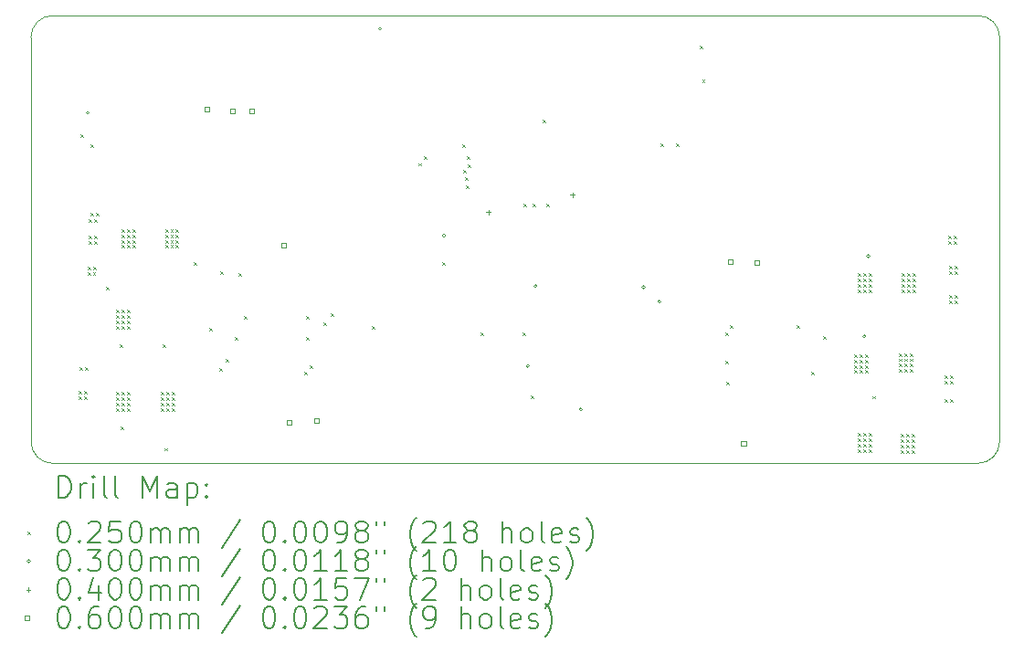
<source format=gbr>
%TF.GenerationSoftware,KiCad,Pcbnew,8.0.2*%
%TF.CreationDate,2024-05-01T20:18:54+08:00*%
%TF.ProjectId,bldcDriver,626c6463-4472-4697-9665-722e6b696361,rev?*%
%TF.SameCoordinates,Original*%
%TF.FileFunction,Drillmap*%
%TF.FilePolarity,Positive*%
%FSLAX45Y45*%
G04 Gerber Fmt 4.5, Leading zero omitted, Abs format (unit mm)*
G04 Created by KiCad (PCBNEW 8.0.2) date 2024-05-01 20:18:54*
%MOMM*%
%LPD*%
G01*
G04 APERTURE LIST*
%ADD10C,0.100000*%
%ADD11C,0.200000*%
G04 APERTURE END LIST*
D10*
X3245500Y-7019000D02*
X3245500Y-3269000D01*
X3445500Y-7219000D02*
G75*
G02*
X3245500Y-7019000I0J200000D01*
G01*
X12023584Y-7219000D02*
X11935500Y-7219000D01*
X12023584Y-3069000D02*
G75*
G02*
X12223580Y-3269000I-4J-200000D01*
G01*
X12223584Y-3269000D02*
X12223584Y-7019000D01*
X3445500Y-3069000D02*
X11935500Y-3069000D01*
X12223584Y-7019000D02*
G75*
G02*
X12023584Y-7219004I-200004J0D01*
G01*
X3245500Y-3269000D02*
G75*
G02*
X3445500Y-3069000I200000J0D01*
G01*
X11935500Y-7219000D02*
X3445500Y-7219000D01*
X11935500Y-3069000D02*
X12023584Y-3069000D01*
D11*
D10*
X3687500Y-6547500D02*
X3712500Y-6572500D01*
X3712500Y-6547500D02*
X3687500Y-6572500D01*
X3687500Y-6597500D02*
X3712500Y-6622500D01*
X3712500Y-6597500D02*
X3687500Y-6622500D01*
X3697500Y-6327500D02*
X3722500Y-6352500D01*
X3722500Y-6327500D02*
X3697500Y-6352500D01*
X3701500Y-4165500D02*
X3726500Y-4190500D01*
X3726500Y-4165500D02*
X3701500Y-4190500D01*
X3737500Y-6547500D02*
X3762500Y-6572500D01*
X3762500Y-6547500D02*
X3737500Y-6572500D01*
X3737500Y-6597500D02*
X3762500Y-6622500D01*
X3762500Y-6597500D02*
X3737500Y-6622500D01*
X3747500Y-6327500D02*
X3772500Y-6352500D01*
X3772500Y-6327500D02*
X3747500Y-6352500D01*
X3767500Y-5447500D02*
X3792500Y-5472500D01*
X3792500Y-5447500D02*
X3767500Y-5472500D01*
X3769375Y-5393125D02*
X3794375Y-5418125D01*
X3794375Y-5393125D02*
X3769375Y-5418125D01*
X3777500Y-4957500D02*
X3802500Y-4982500D01*
X3802500Y-4957500D02*
X3777500Y-4982500D01*
X3777500Y-5107500D02*
X3802500Y-5132500D01*
X3802500Y-5107500D02*
X3777500Y-5132500D01*
X3777500Y-5157500D02*
X3802500Y-5182500D01*
X3802500Y-5157500D02*
X3777500Y-5182500D01*
X3797500Y-4265500D02*
X3822500Y-4290500D01*
X3822500Y-4265500D02*
X3797500Y-4290500D01*
X3797500Y-4897500D02*
X3822500Y-4922500D01*
X3822500Y-4897500D02*
X3797500Y-4922500D01*
X3817500Y-5447500D02*
X3842500Y-5472500D01*
X3842500Y-5447500D02*
X3817500Y-5472500D01*
X3819375Y-5393125D02*
X3844375Y-5418125D01*
X3844375Y-5393125D02*
X3819375Y-5418125D01*
X3827500Y-4957500D02*
X3852500Y-4982500D01*
X3852500Y-4957500D02*
X3827500Y-4982500D01*
X3827500Y-5107500D02*
X3852500Y-5132500D01*
X3852500Y-5107500D02*
X3827500Y-5132500D01*
X3827500Y-5157500D02*
X3852500Y-5182500D01*
X3852500Y-5157500D02*
X3827500Y-5182500D01*
X3847500Y-4897500D02*
X3872500Y-4922500D01*
X3872500Y-4897500D02*
X3847500Y-4922500D01*
X3937750Y-5581500D02*
X3962750Y-5606500D01*
X3962750Y-5581500D02*
X3937750Y-5606500D01*
X4037500Y-5797500D02*
X4062500Y-5822500D01*
X4062500Y-5797500D02*
X4037500Y-5822500D01*
X4037500Y-5847500D02*
X4062500Y-5872500D01*
X4062500Y-5847500D02*
X4037500Y-5872500D01*
X4037500Y-5897500D02*
X4062500Y-5922500D01*
X4062500Y-5897500D02*
X4037500Y-5922500D01*
X4037500Y-5947500D02*
X4062500Y-5972500D01*
X4062500Y-5947500D02*
X4037500Y-5972500D01*
X4037500Y-6557500D02*
X4062500Y-6582500D01*
X4062500Y-6557500D02*
X4037500Y-6582500D01*
X4037500Y-6607500D02*
X4062500Y-6632500D01*
X4062500Y-6607500D02*
X4037500Y-6632500D01*
X4037500Y-6657500D02*
X4062500Y-6682500D01*
X4062500Y-6657500D02*
X4037500Y-6682500D01*
X4037500Y-6707500D02*
X4062500Y-6732500D01*
X4062500Y-6707500D02*
X4037500Y-6732500D01*
X4068250Y-6117500D02*
X4093250Y-6142500D01*
X4093250Y-6117500D02*
X4068250Y-6142500D01*
X4076500Y-6877500D02*
X4101500Y-6902500D01*
X4101500Y-6877500D02*
X4076500Y-6902500D01*
X4087500Y-5047500D02*
X4112500Y-5072500D01*
X4112500Y-5047500D02*
X4087500Y-5072500D01*
X4087500Y-5097500D02*
X4112500Y-5122500D01*
X4112500Y-5097500D02*
X4087500Y-5122500D01*
X4087500Y-5147500D02*
X4112500Y-5172500D01*
X4112500Y-5147500D02*
X4087500Y-5172500D01*
X4087500Y-5197500D02*
X4112500Y-5222500D01*
X4112500Y-5197500D02*
X4087500Y-5222500D01*
X4087500Y-5797500D02*
X4112500Y-5822500D01*
X4112500Y-5797500D02*
X4087500Y-5822500D01*
X4087500Y-5847500D02*
X4112500Y-5872500D01*
X4112500Y-5847500D02*
X4087500Y-5872500D01*
X4087500Y-5897500D02*
X4112500Y-5922500D01*
X4112500Y-5897500D02*
X4087500Y-5922500D01*
X4087500Y-5947500D02*
X4112500Y-5972500D01*
X4112500Y-5947500D02*
X4087500Y-5972500D01*
X4087500Y-6557500D02*
X4112500Y-6582500D01*
X4112500Y-6557500D02*
X4087500Y-6582500D01*
X4087500Y-6607500D02*
X4112500Y-6632500D01*
X4112500Y-6607500D02*
X4087500Y-6632500D01*
X4087500Y-6657500D02*
X4112500Y-6682500D01*
X4112500Y-6657500D02*
X4087500Y-6682500D01*
X4087500Y-6707500D02*
X4112500Y-6732500D01*
X4112500Y-6707500D02*
X4087500Y-6732500D01*
X4137500Y-5047500D02*
X4162500Y-5072500D01*
X4162500Y-5047500D02*
X4137500Y-5072500D01*
X4137500Y-5097500D02*
X4162500Y-5122500D01*
X4162500Y-5097500D02*
X4137500Y-5122500D01*
X4137500Y-5147500D02*
X4162500Y-5172500D01*
X4162500Y-5147500D02*
X4137500Y-5172500D01*
X4137500Y-5197500D02*
X4162500Y-5222500D01*
X4162500Y-5197500D02*
X4137500Y-5222500D01*
X4137500Y-5797500D02*
X4162500Y-5822500D01*
X4162500Y-5797500D02*
X4137500Y-5822500D01*
X4137500Y-5847500D02*
X4162500Y-5872500D01*
X4162500Y-5847500D02*
X4137500Y-5872500D01*
X4137500Y-5897500D02*
X4162500Y-5922500D01*
X4162500Y-5897500D02*
X4137500Y-5922500D01*
X4137500Y-5947500D02*
X4162500Y-5972500D01*
X4162500Y-5947500D02*
X4137500Y-5972500D01*
X4137500Y-6557500D02*
X4162500Y-6582500D01*
X4162500Y-6557500D02*
X4137500Y-6582500D01*
X4137500Y-6607500D02*
X4162500Y-6632500D01*
X4162500Y-6607500D02*
X4137500Y-6632500D01*
X4137500Y-6657500D02*
X4162500Y-6682500D01*
X4162500Y-6657500D02*
X4137500Y-6682500D01*
X4137500Y-6707500D02*
X4162500Y-6732500D01*
X4162500Y-6707500D02*
X4137500Y-6732500D01*
X4187500Y-5047500D02*
X4212500Y-5072500D01*
X4212500Y-5047500D02*
X4187500Y-5072500D01*
X4187500Y-5097500D02*
X4212500Y-5122500D01*
X4212500Y-5097500D02*
X4187500Y-5122500D01*
X4187500Y-5147500D02*
X4212500Y-5172500D01*
X4212500Y-5147500D02*
X4187500Y-5172500D01*
X4187500Y-5197500D02*
X4212500Y-5222500D01*
X4212500Y-5197500D02*
X4187500Y-5222500D01*
X4447500Y-6557500D02*
X4472500Y-6582500D01*
X4472500Y-6557500D02*
X4447500Y-6582500D01*
X4447500Y-6607500D02*
X4472500Y-6632500D01*
X4472500Y-6607500D02*
X4447500Y-6632500D01*
X4447500Y-6657500D02*
X4472500Y-6682500D01*
X4472500Y-6657500D02*
X4447500Y-6682500D01*
X4447500Y-6707500D02*
X4472500Y-6732500D01*
X4472500Y-6707500D02*
X4447500Y-6732500D01*
X4464250Y-6116500D02*
X4489250Y-6141500D01*
X4489250Y-6116500D02*
X4464250Y-6141500D01*
X4482750Y-7077500D02*
X4507750Y-7102500D01*
X4507750Y-7077500D02*
X4482750Y-7102500D01*
X4487500Y-5047500D02*
X4512500Y-5072500D01*
X4512500Y-5047500D02*
X4487500Y-5072500D01*
X4487500Y-5097500D02*
X4512500Y-5122500D01*
X4512500Y-5097500D02*
X4487500Y-5122500D01*
X4487500Y-5147500D02*
X4512500Y-5172500D01*
X4512500Y-5147500D02*
X4487500Y-5172500D01*
X4487500Y-5197500D02*
X4512500Y-5222500D01*
X4512500Y-5197500D02*
X4487500Y-5222500D01*
X4497500Y-6557500D02*
X4522500Y-6582500D01*
X4522500Y-6557500D02*
X4497500Y-6582500D01*
X4497500Y-6607500D02*
X4522500Y-6632500D01*
X4522500Y-6607500D02*
X4497500Y-6632500D01*
X4497500Y-6657500D02*
X4522500Y-6682500D01*
X4522500Y-6657500D02*
X4497500Y-6682500D01*
X4497500Y-6707500D02*
X4522500Y-6732500D01*
X4522500Y-6707500D02*
X4497500Y-6732500D01*
X4537500Y-5047500D02*
X4562500Y-5072500D01*
X4562500Y-5047500D02*
X4537500Y-5072500D01*
X4537500Y-5097500D02*
X4562500Y-5122500D01*
X4562500Y-5097500D02*
X4537500Y-5122500D01*
X4537500Y-5147500D02*
X4562500Y-5172500D01*
X4562500Y-5147500D02*
X4537500Y-5172500D01*
X4537500Y-5197500D02*
X4562500Y-5222500D01*
X4562500Y-5197500D02*
X4537500Y-5222500D01*
X4547500Y-6557500D02*
X4572500Y-6582500D01*
X4572500Y-6557500D02*
X4547500Y-6582500D01*
X4547500Y-6607500D02*
X4572500Y-6632500D01*
X4572500Y-6607500D02*
X4547500Y-6632500D01*
X4547500Y-6657500D02*
X4572500Y-6682500D01*
X4572500Y-6657500D02*
X4547500Y-6682500D01*
X4547500Y-6707500D02*
X4572500Y-6732500D01*
X4572500Y-6707500D02*
X4547500Y-6732500D01*
X4587500Y-5047500D02*
X4612500Y-5072500D01*
X4612500Y-5047500D02*
X4587500Y-5072500D01*
X4587500Y-5097500D02*
X4612500Y-5122500D01*
X4612500Y-5097500D02*
X4587500Y-5122500D01*
X4587500Y-5147500D02*
X4612500Y-5172500D01*
X4612500Y-5147500D02*
X4587500Y-5172500D01*
X4587500Y-5197500D02*
X4612500Y-5222500D01*
X4612500Y-5197500D02*
X4587500Y-5222500D01*
X4750378Y-5350882D02*
X4775378Y-5375882D01*
X4775378Y-5350882D02*
X4750378Y-5375882D01*
X4897500Y-5967500D02*
X4922500Y-5992500D01*
X4922500Y-5967500D02*
X4897500Y-5992500D01*
X4987500Y-6337500D02*
X5012500Y-6362500D01*
X5012500Y-6337500D02*
X4987500Y-6362500D01*
X4997250Y-5438500D02*
X5022250Y-5463500D01*
X5022250Y-5438500D02*
X4997250Y-5463500D01*
X5052010Y-6250450D02*
X5077010Y-6275450D01*
X5077010Y-6250450D02*
X5052010Y-6275450D01*
X5135563Y-6051692D02*
X5160563Y-6076692D01*
X5160563Y-6051692D02*
X5135563Y-6076692D01*
X5169750Y-5455000D02*
X5194750Y-5480000D01*
X5194750Y-5455000D02*
X5169750Y-5480000D01*
X5220400Y-5852850D02*
X5245400Y-5877850D01*
X5245400Y-5852850D02*
X5220400Y-5877850D01*
X5777500Y-6371050D02*
X5802500Y-6396050D01*
X5802500Y-6371050D02*
X5777500Y-6396050D01*
X5794600Y-5852850D02*
X5819600Y-5877850D01*
X5819600Y-5852850D02*
X5794600Y-5877850D01*
X5794600Y-6047850D02*
X5819600Y-6072850D01*
X5819600Y-6047850D02*
X5794600Y-6072850D01*
X5827500Y-6307500D02*
X5852500Y-6332500D01*
X5852500Y-6307500D02*
X5827500Y-6332500D01*
X5954978Y-5914978D02*
X5979978Y-5939978D01*
X5979978Y-5914978D02*
X5954978Y-5939978D01*
X6024540Y-5828396D02*
X6049540Y-5853396D01*
X6049540Y-5828396D02*
X6024540Y-5853396D01*
X6401250Y-5947500D02*
X6426250Y-5972500D01*
X6426250Y-5947500D02*
X6401250Y-5972500D01*
X6835771Y-4435771D02*
X6860771Y-4460771D01*
X6860771Y-4435771D02*
X6835771Y-4460771D01*
X6887500Y-4372414D02*
X6912500Y-4397414D01*
X6912500Y-4372414D02*
X6887500Y-4397414D01*
X7060000Y-5350500D02*
X7085000Y-5375500D01*
X7085000Y-5350500D02*
X7060000Y-5375500D01*
X7239859Y-4260098D02*
X7264859Y-4285098D01*
X7264859Y-4260098D02*
X7239859Y-4285098D01*
X7248027Y-4501048D02*
X7273027Y-4526048D01*
X7273027Y-4501048D02*
X7248027Y-4526048D01*
X7264543Y-4569072D02*
X7289543Y-4594072D01*
X7289543Y-4569072D02*
X7264543Y-4594072D01*
X7275172Y-4641706D02*
X7300172Y-4666706D01*
X7300172Y-4641706D02*
X7275172Y-4666706D01*
X7280775Y-4372414D02*
X7305775Y-4397414D01*
X7305775Y-4372414D02*
X7280775Y-4397414D01*
X7289944Y-4445096D02*
X7314944Y-4470096D01*
X7314944Y-4445096D02*
X7289944Y-4470096D01*
X7410000Y-6007500D02*
X7435000Y-6032500D01*
X7435000Y-6007500D02*
X7410000Y-6032500D01*
X7805000Y-6007500D02*
X7830000Y-6032500D01*
X7830000Y-6007500D02*
X7805000Y-6032500D01*
X7811351Y-4811000D02*
X7836351Y-4836000D01*
X7836351Y-4811000D02*
X7811351Y-4836000D01*
X7877500Y-6587500D02*
X7902500Y-6612500D01*
X7902500Y-6587500D02*
X7877500Y-6612500D01*
X7894858Y-4811000D02*
X7919858Y-4836000D01*
X7919858Y-4811000D02*
X7894858Y-4836000D01*
X7990000Y-4033750D02*
X8015000Y-4058750D01*
X8015000Y-4033750D02*
X7990000Y-4058750D01*
X8017500Y-4811000D02*
X8042500Y-4836000D01*
X8042500Y-4811000D02*
X8017500Y-4836000D01*
X9077500Y-4255000D02*
X9102500Y-4280000D01*
X9102500Y-4255000D02*
X9077500Y-4280000D01*
X9227500Y-4255000D02*
X9252500Y-4280000D01*
X9252500Y-4255000D02*
X9227500Y-4280000D01*
X9446500Y-3346250D02*
X9471500Y-3371250D01*
X9471500Y-3346250D02*
X9446500Y-3371250D01*
X9464917Y-3658042D02*
X9489917Y-3683042D01*
X9489917Y-3658042D02*
X9464917Y-3683042D01*
X9680400Y-6007150D02*
X9705400Y-6032150D01*
X9705400Y-6007150D02*
X9680400Y-6032150D01*
X9680400Y-6267150D02*
X9705400Y-6292150D01*
X9705400Y-6267150D02*
X9680400Y-6292150D01*
X9687500Y-6460350D02*
X9712500Y-6485350D01*
X9712500Y-6460350D02*
X9687500Y-6485350D01*
X9722850Y-5942150D02*
X9747850Y-5967150D01*
X9747850Y-5942150D02*
X9722850Y-5967150D01*
X10337500Y-5937500D02*
X10362500Y-5962500D01*
X10362500Y-5937500D02*
X10337500Y-5962500D01*
X10476750Y-6368298D02*
X10501750Y-6393298D01*
X10501750Y-6368298D02*
X10476750Y-6393298D01*
X10587500Y-6037500D02*
X10612500Y-6062500D01*
X10612500Y-6037500D02*
X10587500Y-6062500D01*
X10877500Y-6207500D02*
X10902500Y-6232500D01*
X10902500Y-6207500D02*
X10877500Y-6232500D01*
X10877500Y-6257500D02*
X10902500Y-6282500D01*
X10902500Y-6257500D02*
X10877500Y-6282500D01*
X10877500Y-6307500D02*
X10902500Y-6332500D01*
X10902500Y-6307500D02*
X10877500Y-6332500D01*
X10877500Y-6357500D02*
X10902500Y-6382500D01*
X10902500Y-6357500D02*
X10877500Y-6382500D01*
X10907500Y-5457500D02*
X10932500Y-5482500D01*
X10932500Y-5457500D02*
X10907500Y-5482500D01*
X10907500Y-5507500D02*
X10932500Y-5532500D01*
X10932500Y-5507500D02*
X10907500Y-5532500D01*
X10907500Y-5557500D02*
X10932500Y-5582500D01*
X10932500Y-5557500D02*
X10907500Y-5582500D01*
X10907500Y-5607500D02*
X10932500Y-5632500D01*
X10932500Y-5607500D02*
X10907500Y-5632500D01*
X10907500Y-6937500D02*
X10932500Y-6962500D01*
X10932500Y-6937500D02*
X10907500Y-6962500D01*
X10907500Y-6987500D02*
X10932500Y-7012500D01*
X10932500Y-6987500D02*
X10907500Y-7012500D01*
X10907500Y-7037500D02*
X10932500Y-7062500D01*
X10932500Y-7037500D02*
X10907500Y-7062500D01*
X10907500Y-7087500D02*
X10932500Y-7112500D01*
X10932500Y-7087500D02*
X10907500Y-7112500D01*
X10927500Y-6207500D02*
X10952500Y-6232500D01*
X10952500Y-6207500D02*
X10927500Y-6232500D01*
X10927500Y-6257500D02*
X10952500Y-6282500D01*
X10952500Y-6257500D02*
X10927500Y-6282500D01*
X10927500Y-6307500D02*
X10952500Y-6332500D01*
X10952500Y-6307500D02*
X10927500Y-6332500D01*
X10927500Y-6357500D02*
X10952500Y-6382500D01*
X10952500Y-6357500D02*
X10927500Y-6382500D01*
X10957500Y-5457500D02*
X10982500Y-5482500D01*
X10982500Y-5457500D02*
X10957500Y-5482500D01*
X10957500Y-5507500D02*
X10982500Y-5532500D01*
X10982500Y-5507500D02*
X10957500Y-5532500D01*
X10957500Y-5557500D02*
X10982500Y-5582500D01*
X10982500Y-5557500D02*
X10957500Y-5582500D01*
X10957500Y-5607500D02*
X10982500Y-5632500D01*
X10982500Y-5607500D02*
X10957500Y-5632500D01*
X10957500Y-6937500D02*
X10982500Y-6962500D01*
X10982500Y-6937500D02*
X10957500Y-6962500D01*
X10957500Y-6987500D02*
X10982500Y-7012500D01*
X10982500Y-6987500D02*
X10957500Y-7012500D01*
X10957500Y-7037500D02*
X10982500Y-7062500D01*
X10982500Y-7037500D02*
X10957500Y-7062500D01*
X10957500Y-7087500D02*
X10982500Y-7112500D01*
X10982500Y-7087500D02*
X10957500Y-7112500D01*
X10977500Y-6207500D02*
X11002500Y-6232500D01*
X11002500Y-6207500D02*
X10977500Y-6232500D01*
X10977500Y-6257500D02*
X11002500Y-6282500D01*
X11002500Y-6257500D02*
X10977500Y-6282500D01*
X10977500Y-6307500D02*
X11002500Y-6332500D01*
X11002500Y-6307500D02*
X10977500Y-6332500D01*
X10977500Y-6357500D02*
X11002500Y-6382500D01*
X11002500Y-6357500D02*
X10977500Y-6382500D01*
X11007500Y-5457500D02*
X11032500Y-5482500D01*
X11032500Y-5457500D02*
X11007500Y-5482500D01*
X11007500Y-5507500D02*
X11032500Y-5532500D01*
X11032500Y-5507500D02*
X11007500Y-5532500D01*
X11007500Y-5557500D02*
X11032500Y-5582500D01*
X11032500Y-5557500D02*
X11007500Y-5582500D01*
X11007500Y-5607500D02*
X11032500Y-5632500D01*
X11032500Y-5607500D02*
X11007500Y-5632500D01*
X11007500Y-6937500D02*
X11032500Y-6962500D01*
X11032500Y-6937500D02*
X11007500Y-6962500D01*
X11007500Y-6987500D02*
X11032500Y-7012500D01*
X11032500Y-6987500D02*
X11007500Y-7012500D01*
X11007500Y-7037500D02*
X11032500Y-7062500D01*
X11032500Y-7037500D02*
X11007500Y-7062500D01*
X11007500Y-7087500D02*
X11032500Y-7112500D01*
X11032500Y-7087500D02*
X11007500Y-7112500D01*
X11043400Y-6594648D02*
X11068400Y-6619648D01*
X11068400Y-6594648D02*
X11043400Y-6619648D01*
X11287500Y-6197500D02*
X11312500Y-6222500D01*
X11312500Y-6197500D02*
X11287500Y-6222500D01*
X11287500Y-6247500D02*
X11312500Y-6272500D01*
X11312500Y-6247500D02*
X11287500Y-6272500D01*
X11287500Y-6297500D02*
X11312500Y-6322500D01*
X11312500Y-6297500D02*
X11287500Y-6322500D01*
X11287500Y-6347500D02*
X11312500Y-6372500D01*
X11312500Y-6347500D02*
X11287500Y-6372500D01*
X11307500Y-6947500D02*
X11332500Y-6972500D01*
X11332500Y-6947500D02*
X11307500Y-6972500D01*
X11307500Y-6997500D02*
X11332500Y-7022500D01*
X11332500Y-6997500D02*
X11307500Y-7022500D01*
X11307500Y-7047500D02*
X11332500Y-7072500D01*
X11332500Y-7047500D02*
X11307500Y-7072500D01*
X11307500Y-7097500D02*
X11332500Y-7122500D01*
X11332500Y-7097500D02*
X11307500Y-7122500D01*
X11317500Y-5457500D02*
X11342500Y-5482500D01*
X11342500Y-5457500D02*
X11317500Y-5482500D01*
X11317500Y-5507500D02*
X11342500Y-5532500D01*
X11342500Y-5507500D02*
X11317500Y-5532500D01*
X11317500Y-5557500D02*
X11342500Y-5582500D01*
X11342500Y-5557500D02*
X11317500Y-5582500D01*
X11317500Y-5607500D02*
X11342500Y-5632500D01*
X11342500Y-5607500D02*
X11317500Y-5632500D01*
X11337500Y-6197500D02*
X11362500Y-6222500D01*
X11362500Y-6197500D02*
X11337500Y-6222500D01*
X11337500Y-6247500D02*
X11362500Y-6272500D01*
X11362500Y-6247500D02*
X11337500Y-6272500D01*
X11337500Y-6297500D02*
X11362500Y-6322500D01*
X11362500Y-6297500D02*
X11337500Y-6322500D01*
X11337500Y-6347500D02*
X11362500Y-6372500D01*
X11362500Y-6347500D02*
X11337500Y-6372500D01*
X11357500Y-6947500D02*
X11382500Y-6972500D01*
X11382500Y-6947500D02*
X11357500Y-6972500D01*
X11357500Y-6997500D02*
X11382500Y-7022500D01*
X11382500Y-6997500D02*
X11357500Y-7022500D01*
X11357500Y-7047500D02*
X11382500Y-7072500D01*
X11382500Y-7047500D02*
X11357500Y-7072500D01*
X11357500Y-7097500D02*
X11382500Y-7122500D01*
X11382500Y-7097500D02*
X11357500Y-7122500D01*
X11367500Y-5457500D02*
X11392500Y-5482500D01*
X11392500Y-5457500D02*
X11367500Y-5482500D01*
X11367500Y-5507500D02*
X11392500Y-5532500D01*
X11392500Y-5507500D02*
X11367500Y-5532500D01*
X11367500Y-5557500D02*
X11392500Y-5582500D01*
X11392500Y-5557500D02*
X11367500Y-5582500D01*
X11367500Y-5607500D02*
X11392500Y-5632500D01*
X11392500Y-5607500D02*
X11367500Y-5632500D01*
X11387500Y-6197500D02*
X11412500Y-6222500D01*
X11412500Y-6197500D02*
X11387500Y-6222500D01*
X11387500Y-6247500D02*
X11412500Y-6272500D01*
X11412500Y-6247500D02*
X11387500Y-6272500D01*
X11387500Y-6297500D02*
X11412500Y-6322500D01*
X11412500Y-6297500D02*
X11387500Y-6322500D01*
X11387500Y-6347500D02*
X11412500Y-6372500D01*
X11412500Y-6347500D02*
X11387500Y-6372500D01*
X11407500Y-6947500D02*
X11432500Y-6972500D01*
X11432500Y-6947500D02*
X11407500Y-6972500D01*
X11407500Y-6997500D02*
X11432500Y-7022500D01*
X11432500Y-6997500D02*
X11407500Y-7022500D01*
X11407500Y-7047500D02*
X11432500Y-7072500D01*
X11432500Y-7047500D02*
X11407500Y-7072500D01*
X11407500Y-7097500D02*
X11432500Y-7122500D01*
X11432500Y-7097500D02*
X11407500Y-7122500D01*
X11417500Y-5457500D02*
X11442500Y-5482500D01*
X11442500Y-5457500D02*
X11417500Y-5482500D01*
X11417500Y-5507500D02*
X11442500Y-5532500D01*
X11442500Y-5507500D02*
X11417500Y-5532500D01*
X11417500Y-5557500D02*
X11442500Y-5582500D01*
X11442500Y-5557500D02*
X11417500Y-5582500D01*
X11417500Y-5607500D02*
X11442500Y-5632500D01*
X11442500Y-5607500D02*
X11417500Y-5632500D01*
X11711250Y-6407500D02*
X11736250Y-6432500D01*
X11736250Y-6407500D02*
X11711250Y-6432500D01*
X11711250Y-6457500D02*
X11736250Y-6482500D01*
X11736250Y-6457500D02*
X11711250Y-6482500D01*
X11711250Y-6627500D02*
X11736250Y-6652500D01*
X11736250Y-6627500D02*
X11711250Y-6652500D01*
X11747500Y-5107500D02*
X11772500Y-5132500D01*
X11772500Y-5107500D02*
X11747500Y-5132500D01*
X11747500Y-5157500D02*
X11772500Y-5182500D01*
X11772500Y-5157500D02*
X11747500Y-5182500D01*
X11757500Y-5387500D02*
X11782500Y-5412500D01*
X11782500Y-5387500D02*
X11757500Y-5412500D01*
X11757500Y-5437500D02*
X11782500Y-5462500D01*
X11782500Y-5437500D02*
X11757500Y-5462500D01*
X11757500Y-5657500D02*
X11782500Y-5682500D01*
X11782500Y-5657500D02*
X11757500Y-5682500D01*
X11757500Y-5707500D02*
X11782500Y-5732500D01*
X11782500Y-5707500D02*
X11757500Y-5732500D01*
X11761250Y-6407500D02*
X11786250Y-6432500D01*
X11786250Y-6407500D02*
X11761250Y-6432500D01*
X11761250Y-6457500D02*
X11786250Y-6482500D01*
X11786250Y-6457500D02*
X11761250Y-6482500D01*
X11761250Y-6627500D02*
X11786250Y-6652500D01*
X11786250Y-6627500D02*
X11761250Y-6652500D01*
X11797500Y-5107500D02*
X11822500Y-5132500D01*
X11822500Y-5107500D02*
X11797500Y-5132500D01*
X11797500Y-5157500D02*
X11822500Y-5182500D01*
X11822500Y-5157500D02*
X11797500Y-5182500D01*
X11807500Y-5387500D02*
X11832500Y-5412500D01*
X11832500Y-5387500D02*
X11807500Y-5412500D01*
X11807500Y-5437500D02*
X11832500Y-5462500D01*
X11832500Y-5437500D02*
X11807500Y-5462500D01*
X11807500Y-5657500D02*
X11832500Y-5682500D01*
X11832500Y-5657500D02*
X11807500Y-5682500D01*
X11807500Y-5707500D02*
X11832500Y-5732500D01*
X11832500Y-5707500D02*
X11807500Y-5732500D01*
X3785000Y-3970000D02*
G75*
G02*
X3755000Y-3970000I-15000J0D01*
G01*
X3755000Y-3970000D02*
G75*
G02*
X3785000Y-3970000I15000J0D01*
G01*
X6495000Y-3190000D02*
G75*
G02*
X6465000Y-3190000I-15000J0D01*
G01*
X6465000Y-3190000D02*
G75*
G02*
X6495000Y-3190000I15000J0D01*
G01*
X7087500Y-5109000D02*
G75*
G02*
X7057500Y-5109000I-15000J0D01*
G01*
X7057500Y-5109000D02*
G75*
G02*
X7087500Y-5109000I15000J0D01*
G01*
X7865000Y-6318750D02*
G75*
G02*
X7835000Y-6318750I-15000J0D01*
G01*
X7835000Y-6318750D02*
G75*
G02*
X7865000Y-6318750I15000J0D01*
G01*
X7937500Y-5576000D02*
G75*
G02*
X7907500Y-5576000I-15000J0D01*
G01*
X7907500Y-5576000D02*
G75*
G02*
X7937500Y-5576000I15000J0D01*
G01*
X8356250Y-6720000D02*
G75*
G02*
X8326250Y-6720000I-15000J0D01*
G01*
X8326250Y-6720000D02*
G75*
G02*
X8356250Y-6720000I15000J0D01*
G01*
X8937834Y-5587166D02*
G75*
G02*
X8907834Y-5587166I-15000J0D01*
G01*
X8907834Y-5587166D02*
G75*
G02*
X8937834Y-5587166I15000J0D01*
G01*
X9085000Y-5720000D02*
G75*
G02*
X9055000Y-5720000I-15000J0D01*
G01*
X9055000Y-5720000D02*
G75*
G02*
X9085000Y-5720000I15000J0D01*
G01*
X10984250Y-6041148D02*
G75*
G02*
X10954250Y-6041148I-15000J0D01*
G01*
X10954250Y-6041148D02*
G75*
G02*
X10984250Y-6041148I15000J0D01*
G01*
X11020250Y-5299148D02*
G75*
G02*
X10990250Y-5299148I-15000J0D01*
G01*
X10990250Y-5299148D02*
G75*
G02*
X11020250Y-5299148I15000J0D01*
G01*
X7486250Y-4870000D02*
X7486250Y-4910000D01*
X7466250Y-4890000D02*
X7506250Y-4890000D01*
X8263750Y-4710000D02*
X8263750Y-4750000D01*
X8243750Y-4730000D02*
X8283750Y-4730000D01*
X4901213Y-3961213D02*
X4901213Y-3918787D01*
X4858787Y-3918787D01*
X4858787Y-3961213D01*
X4901213Y-3961213D01*
X5131213Y-3971213D02*
X5131213Y-3928787D01*
X5088787Y-3928787D01*
X5088787Y-3971213D01*
X5131213Y-3971213D01*
X5311213Y-3971213D02*
X5311213Y-3928787D01*
X5268787Y-3928787D01*
X5268787Y-3971213D01*
X5311213Y-3971213D01*
X5611213Y-5221213D02*
X5611213Y-5178787D01*
X5568787Y-5178787D01*
X5568787Y-5221213D01*
X5611213Y-5221213D01*
X5661213Y-6861213D02*
X5661213Y-6818787D01*
X5618787Y-6818787D01*
X5618787Y-6861213D01*
X5661213Y-6861213D01*
X5911213Y-6841213D02*
X5911213Y-6798787D01*
X5868787Y-6798787D01*
X5868787Y-6841213D01*
X5911213Y-6841213D01*
X9751213Y-5371213D02*
X9751213Y-5328787D01*
X9708787Y-5328787D01*
X9708787Y-5371213D01*
X9751213Y-5371213D01*
X9871213Y-7054713D02*
X9871213Y-7012287D01*
X9828787Y-7012287D01*
X9828787Y-7054713D01*
X9871213Y-7054713D01*
X9991213Y-5381213D02*
X9991213Y-5338787D01*
X9948787Y-5338787D01*
X9948787Y-5381213D01*
X9991213Y-5381213D01*
D11*
X3501277Y-7535484D02*
X3501277Y-7335484D01*
X3501277Y-7335484D02*
X3548896Y-7335484D01*
X3548896Y-7335484D02*
X3577467Y-7345008D01*
X3577467Y-7345008D02*
X3596515Y-7364055D01*
X3596515Y-7364055D02*
X3606038Y-7383103D01*
X3606038Y-7383103D02*
X3615562Y-7421198D01*
X3615562Y-7421198D02*
X3615562Y-7449769D01*
X3615562Y-7449769D02*
X3606038Y-7487865D01*
X3606038Y-7487865D02*
X3596515Y-7506912D01*
X3596515Y-7506912D02*
X3577467Y-7525960D01*
X3577467Y-7525960D02*
X3548896Y-7535484D01*
X3548896Y-7535484D02*
X3501277Y-7535484D01*
X3701277Y-7535484D02*
X3701277Y-7402150D01*
X3701277Y-7440246D02*
X3710800Y-7421198D01*
X3710800Y-7421198D02*
X3720324Y-7411674D01*
X3720324Y-7411674D02*
X3739372Y-7402150D01*
X3739372Y-7402150D02*
X3758419Y-7402150D01*
X3825086Y-7535484D02*
X3825086Y-7402150D01*
X3825086Y-7335484D02*
X3815562Y-7345008D01*
X3815562Y-7345008D02*
X3825086Y-7354531D01*
X3825086Y-7354531D02*
X3834610Y-7345008D01*
X3834610Y-7345008D02*
X3825086Y-7335484D01*
X3825086Y-7335484D02*
X3825086Y-7354531D01*
X3948896Y-7535484D02*
X3929848Y-7525960D01*
X3929848Y-7525960D02*
X3920324Y-7506912D01*
X3920324Y-7506912D02*
X3920324Y-7335484D01*
X4053657Y-7535484D02*
X4034610Y-7525960D01*
X4034610Y-7525960D02*
X4025086Y-7506912D01*
X4025086Y-7506912D02*
X4025086Y-7335484D01*
X4282229Y-7535484D02*
X4282229Y-7335484D01*
X4282229Y-7335484D02*
X4348896Y-7478341D01*
X4348896Y-7478341D02*
X4415562Y-7335484D01*
X4415562Y-7335484D02*
X4415562Y-7535484D01*
X4596515Y-7535484D02*
X4596515Y-7430722D01*
X4596515Y-7430722D02*
X4586991Y-7411674D01*
X4586991Y-7411674D02*
X4567943Y-7402150D01*
X4567943Y-7402150D02*
X4529848Y-7402150D01*
X4529848Y-7402150D02*
X4510800Y-7411674D01*
X4596515Y-7525960D02*
X4577467Y-7535484D01*
X4577467Y-7535484D02*
X4529848Y-7535484D01*
X4529848Y-7535484D02*
X4510800Y-7525960D01*
X4510800Y-7525960D02*
X4501277Y-7506912D01*
X4501277Y-7506912D02*
X4501277Y-7487865D01*
X4501277Y-7487865D02*
X4510800Y-7468817D01*
X4510800Y-7468817D02*
X4529848Y-7459293D01*
X4529848Y-7459293D02*
X4577467Y-7459293D01*
X4577467Y-7459293D02*
X4596515Y-7449769D01*
X4691753Y-7402150D02*
X4691753Y-7602150D01*
X4691753Y-7411674D02*
X4710800Y-7402150D01*
X4710800Y-7402150D02*
X4748896Y-7402150D01*
X4748896Y-7402150D02*
X4767943Y-7411674D01*
X4767943Y-7411674D02*
X4777467Y-7421198D01*
X4777467Y-7421198D02*
X4786991Y-7440246D01*
X4786991Y-7440246D02*
X4786991Y-7497388D01*
X4786991Y-7497388D02*
X4777467Y-7516436D01*
X4777467Y-7516436D02*
X4767943Y-7525960D01*
X4767943Y-7525960D02*
X4748896Y-7535484D01*
X4748896Y-7535484D02*
X4710800Y-7535484D01*
X4710800Y-7535484D02*
X4691753Y-7525960D01*
X4872705Y-7516436D02*
X4882229Y-7525960D01*
X4882229Y-7525960D02*
X4872705Y-7535484D01*
X4872705Y-7535484D02*
X4863181Y-7525960D01*
X4863181Y-7525960D02*
X4872705Y-7516436D01*
X4872705Y-7516436D02*
X4872705Y-7535484D01*
X4872705Y-7411674D02*
X4882229Y-7421198D01*
X4882229Y-7421198D02*
X4872705Y-7430722D01*
X4872705Y-7430722D02*
X4863181Y-7421198D01*
X4863181Y-7421198D02*
X4872705Y-7411674D01*
X4872705Y-7411674D02*
X4872705Y-7430722D01*
D10*
X3215500Y-7851500D02*
X3240500Y-7876500D01*
X3240500Y-7851500D02*
X3215500Y-7876500D01*
D11*
X3539372Y-7755484D02*
X3558419Y-7755484D01*
X3558419Y-7755484D02*
X3577467Y-7765008D01*
X3577467Y-7765008D02*
X3586991Y-7774531D01*
X3586991Y-7774531D02*
X3596515Y-7793579D01*
X3596515Y-7793579D02*
X3606038Y-7831674D01*
X3606038Y-7831674D02*
X3606038Y-7879293D01*
X3606038Y-7879293D02*
X3596515Y-7917388D01*
X3596515Y-7917388D02*
X3586991Y-7936436D01*
X3586991Y-7936436D02*
X3577467Y-7945960D01*
X3577467Y-7945960D02*
X3558419Y-7955484D01*
X3558419Y-7955484D02*
X3539372Y-7955484D01*
X3539372Y-7955484D02*
X3520324Y-7945960D01*
X3520324Y-7945960D02*
X3510800Y-7936436D01*
X3510800Y-7936436D02*
X3501277Y-7917388D01*
X3501277Y-7917388D02*
X3491753Y-7879293D01*
X3491753Y-7879293D02*
X3491753Y-7831674D01*
X3491753Y-7831674D02*
X3501277Y-7793579D01*
X3501277Y-7793579D02*
X3510800Y-7774531D01*
X3510800Y-7774531D02*
X3520324Y-7765008D01*
X3520324Y-7765008D02*
X3539372Y-7755484D01*
X3691753Y-7936436D02*
X3701277Y-7945960D01*
X3701277Y-7945960D02*
X3691753Y-7955484D01*
X3691753Y-7955484D02*
X3682229Y-7945960D01*
X3682229Y-7945960D02*
X3691753Y-7936436D01*
X3691753Y-7936436D02*
X3691753Y-7955484D01*
X3777467Y-7774531D02*
X3786991Y-7765008D01*
X3786991Y-7765008D02*
X3806038Y-7755484D01*
X3806038Y-7755484D02*
X3853658Y-7755484D01*
X3853658Y-7755484D02*
X3872705Y-7765008D01*
X3872705Y-7765008D02*
X3882229Y-7774531D01*
X3882229Y-7774531D02*
X3891753Y-7793579D01*
X3891753Y-7793579D02*
X3891753Y-7812627D01*
X3891753Y-7812627D02*
X3882229Y-7841198D01*
X3882229Y-7841198D02*
X3767943Y-7955484D01*
X3767943Y-7955484D02*
X3891753Y-7955484D01*
X4072705Y-7755484D02*
X3977467Y-7755484D01*
X3977467Y-7755484D02*
X3967943Y-7850722D01*
X3967943Y-7850722D02*
X3977467Y-7841198D01*
X3977467Y-7841198D02*
X3996515Y-7831674D01*
X3996515Y-7831674D02*
X4044134Y-7831674D01*
X4044134Y-7831674D02*
X4063181Y-7841198D01*
X4063181Y-7841198D02*
X4072705Y-7850722D01*
X4072705Y-7850722D02*
X4082229Y-7869769D01*
X4082229Y-7869769D02*
X4082229Y-7917388D01*
X4082229Y-7917388D02*
X4072705Y-7936436D01*
X4072705Y-7936436D02*
X4063181Y-7945960D01*
X4063181Y-7945960D02*
X4044134Y-7955484D01*
X4044134Y-7955484D02*
X3996515Y-7955484D01*
X3996515Y-7955484D02*
X3977467Y-7945960D01*
X3977467Y-7945960D02*
X3967943Y-7936436D01*
X4206039Y-7755484D02*
X4225086Y-7755484D01*
X4225086Y-7755484D02*
X4244134Y-7765008D01*
X4244134Y-7765008D02*
X4253658Y-7774531D01*
X4253658Y-7774531D02*
X4263181Y-7793579D01*
X4263181Y-7793579D02*
X4272705Y-7831674D01*
X4272705Y-7831674D02*
X4272705Y-7879293D01*
X4272705Y-7879293D02*
X4263181Y-7917388D01*
X4263181Y-7917388D02*
X4253658Y-7936436D01*
X4253658Y-7936436D02*
X4244134Y-7945960D01*
X4244134Y-7945960D02*
X4225086Y-7955484D01*
X4225086Y-7955484D02*
X4206039Y-7955484D01*
X4206039Y-7955484D02*
X4186991Y-7945960D01*
X4186991Y-7945960D02*
X4177467Y-7936436D01*
X4177467Y-7936436D02*
X4167943Y-7917388D01*
X4167943Y-7917388D02*
X4158419Y-7879293D01*
X4158419Y-7879293D02*
X4158419Y-7831674D01*
X4158419Y-7831674D02*
X4167943Y-7793579D01*
X4167943Y-7793579D02*
X4177467Y-7774531D01*
X4177467Y-7774531D02*
X4186991Y-7765008D01*
X4186991Y-7765008D02*
X4206039Y-7755484D01*
X4358420Y-7955484D02*
X4358420Y-7822150D01*
X4358420Y-7841198D02*
X4367943Y-7831674D01*
X4367943Y-7831674D02*
X4386991Y-7822150D01*
X4386991Y-7822150D02*
X4415562Y-7822150D01*
X4415562Y-7822150D02*
X4434610Y-7831674D01*
X4434610Y-7831674D02*
X4444134Y-7850722D01*
X4444134Y-7850722D02*
X4444134Y-7955484D01*
X4444134Y-7850722D02*
X4453658Y-7831674D01*
X4453658Y-7831674D02*
X4472705Y-7822150D01*
X4472705Y-7822150D02*
X4501277Y-7822150D01*
X4501277Y-7822150D02*
X4520324Y-7831674D01*
X4520324Y-7831674D02*
X4529848Y-7850722D01*
X4529848Y-7850722D02*
X4529848Y-7955484D01*
X4625086Y-7955484D02*
X4625086Y-7822150D01*
X4625086Y-7841198D02*
X4634610Y-7831674D01*
X4634610Y-7831674D02*
X4653658Y-7822150D01*
X4653658Y-7822150D02*
X4682229Y-7822150D01*
X4682229Y-7822150D02*
X4701277Y-7831674D01*
X4701277Y-7831674D02*
X4710801Y-7850722D01*
X4710801Y-7850722D02*
X4710801Y-7955484D01*
X4710801Y-7850722D02*
X4720324Y-7831674D01*
X4720324Y-7831674D02*
X4739372Y-7822150D01*
X4739372Y-7822150D02*
X4767943Y-7822150D01*
X4767943Y-7822150D02*
X4786991Y-7831674D01*
X4786991Y-7831674D02*
X4796515Y-7850722D01*
X4796515Y-7850722D02*
X4796515Y-7955484D01*
X5186991Y-7745960D02*
X5015563Y-8003103D01*
X5444134Y-7755484D02*
X5463182Y-7755484D01*
X5463182Y-7755484D02*
X5482229Y-7765008D01*
X5482229Y-7765008D02*
X5491753Y-7774531D01*
X5491753Y-7774531D02*
X5501277Y-7793579D01*
X5501277Y-7793579D02*
X5510801Y-7831674D01*
X5510801Y-7831674D02*
X5510801Y-7879293D01*
X5510801Y-7879293D02*
X5501277Y-7917388D01*
X5501277Y-7917388D02*
X5491753Y-7936436D01*
X5491753Y-7936436D02*
X5482229Y-7945960D01*
X5482229Y-7945960D02*
X5463182Y-7955484D01*
X5463182Y-7955484D02*
X5444134Y-7955484D01*
X5444134Y-7955484D02*
X5425086Y-7945960D01*
X5425086Y-7945960D02*
X5415563Y-7936436D01*
X5415563Y-7936436D02*
X5406039Y-7917388D01*
X5406039Y-7917388D02*
X5396515Y-7879293D01*
X5396515Y-7879293D02*
X5396515Y-7831674D01*
X5396515Y-7831674D02*
X5406039Y-7793579D01*
X5406039Y-7793579D02*
X5415563Y-7774531D01*
X5415563Y-7774531D02*
X5425086Y-7765008D01*
X5425086Y-7765008D02*
X5444134Y-7755484D01*
X5596515Y-7936436D02*
X5606039Y-7945960D01*
X5606039Y-7945960D02*
X5596515Y-7955484D01*
X5596515Y-7955484D02*
X5586991Y-7945960D01*
X5586991Y-7945960D02*
X5596515Y-7936436D01*
X5596515Y-7936436D02*
X5596515Y-7955484D01*
X5729848Y-7755484D02*
X5748896Y-7755484D01*
X5748896Y-7755484D02*
X5767943Y-7765008D01*
X5767943Y-7765008D02*
X5777467Y-7774531D01*
X5777467Y-7774531D02*
X5786991Y-7793579D01*
X5786991Y-7793579D02*
X5796515Y-7831674D01*
X5796515Y-7831674D02*
X5796515Y-7879293D01*
X5796515Y-7879293D02*
X5786991Y-7917388D01*
X5786991Y-7917388D02*
X5777467Y-7936436D01*
X5777467Y-7936436D02*
X5767943Y-7945960D01*
X5767943Y-7945960D02*
X5748896Y-7955484D01*
X5748896Y-7955484D02*
X5729848Y-7955484D01*
X5729848Y-7955484D02*
X5710801Y-7945960D01*
X5710801Y-7945960D02*
X5701277Y-7936436D01*
X5701277Y-7936436D02*
X5691753Y-7917388D01*
X5691753Y-7917388D02*
X5682229Y-7879293D01*
X5682229Y-7879293D02*
X5682229Y-7831674D01*
X5682229Y-7831674D02*
X5691753Y-7793579D01*
X5691753Y-7793579D02*
X5701277Y-7774531D01*
X5701277Y-7774531D02*
X5710801Y-7765008D01*
X5710801Y-7765008D02*
X5729848Y-7755484D01*
X5920324Y-7755484D02*
X5939372Y-7755484D01*
X5939372Y-7755484D02*
X5958420Y-7765008D01*
X5958420Y-7765008D02*
X5967943Y-7774531D01*
X5967943Y-7774531D02*
X5977467Y-7793579D01*
X5977467Y-7793579D02*
X5986991Y-7831674D01*
X5986991Y-7831674D02*
X5986991Y-7879293D01*
X5986991Y-7879293D02*
X5977467Y-7917388D01*
X5977467Y-7917388D02*
X5967943Y-7936436D01*
X5967943Y-7936436D02*
X5958420Y-7945960D01*
X5958420Y-7945960D02*
X5939372Y-7955484D01*
X5939372Y-7955484D02*
X5920324Y-7955484D01*
X5920324Y-7955484D02*
X5901277Y-7945960D01*
X5901277Y-7945960D02*
X5891753Y-7936436D01*
X5891753Y-7936436D02*
X5882229Y-7917388D01*
X5882229Y-7917388D02*
X5872705Y-7879293D01*
X5872705Y-7879293D02*
X5872705Y-7831674D01*
X5872705Y-7831674D02*
X5882229Y-7793579D01*
X5882229Y-7793579D02*
X5891753Y-7774531D01*
X5891753Y-7774531D02*
X5901277Y-7765008D01*
X5901277Y-7765008D02*
X5920324Y-7755484D01*
X6082229Y-7955484D02*
X6120324Y-7955484D01*
X6120324Y-7955484D02*
X6139372Y-7945960D01*
X6139372Y-7945960D02*
X6148896Y-7936436D01*
X6148896Y-7936436D02*
X6167943Y-7907865D01*
X6167943Y-7907865D02*
X6177467Y-7869769D01*
X6177467Y-7869769D02*
X6177467Y-7793579D01*
X6177467Y-7793579D02*
X6167943Y-7774531D01*
X6167943Y-7774531D02*
X6158420Y-7765008D01*
X6158420Y-7765008D02*
X6139372Y-7755484D01*
X6139372Y-7755484D02*
X6101277Y-7755484D01*
X6101277Y-7755484D02*
X6082229Y-7765008D01*
X6082229Y-7765008D02*
X6072705Y-7774531D01*
X6072705Y-7774531D02*
X6063182Y-7793579D01*
X6063182Y-7793579D02*
X6063182Y-7841198D01*
X6063182Y-7841198D02*
X6072705Y-7860246D01*
X6072705Y-7860246D02*
X6082229Y-7869769D01*
X6082229Y-7869769D02*
X6101277Y-7879293D01*
X6101277Y-7879293D02*
X6139372Y-7879293D01*
X6139372Y-7879293D02*
X6158420Y-7869769D01*
X6158420Y-7869769D02*
X6167943Y-7860246D01*
X6167943Y-7860246D02*
X6177467Y-7841198D01*
X6291753Y-7841198D02*
X6272705Y-7831674D01*
X6272705Y-7831674D02*
X6263182Y-7822150D01*
X6263182Y-7822150D02*
X6253658Y-7803103D01*
X6253658Y-7803103D02*
X6253658Y-7793579D01*
X6253658Y-7793579D02*
X6263182Y-7774531D01*
X6263182Y-7774531D02*
X6272705Y-7765008D01*
X6272705Y-7765008D02*
X6291753Y-7755484D01*
X6291753Y-7755484D02*
X6329848Y-7755484D01*
X6329848Y-7755484D02*
X6348896Y-7765008D01*
X6348896Y-7765008D02*
X6358420Y-7774531D01*
X6358420Y-7774531D02*
X6367943Y-7793579D01*
X6367943Y-7793579D02*
X6367943Y-7803103D01*
X6367943Y-7803103D02*
X6358420Y-7822150D01*
X6358420Y-7822150D02*
X6348896Y-7831674D01*
X6348896Y-7831674D02*
X6329848Y-7841198D01*
X6329848Y-7841198D02*
X6291753Y-7841198D01*
X6291753Y-7841198D02*
X6272705Y-7850722D01*
X6272705Y-7850722D02*
X6263182Y-7860246D01*
X6263182Y-7860246D02*
X6253658Y-7879293D01*
X6253658Y-7879293D02*
X6253658Y-7917388D01*
X6253658Y-7917388D02*
X6263182Y-7936436D01*
X6263182Y-7936436D02*
X6272705Y-7945960D01*
X6272705Y-7945960D02*
X6291753Y-7955484D01*
X6291753Y-7955484D02*
X6329848Y-7955484D01*
X6329848Y-7955484D02*
X6348896Y-7945960D01*
X6348896Y-7945960D02*
X6358420Y-7936436D01*
X6358420Y-7936436D02*
X6367943Y-7917388D01*
X6367943Y-7917388D02*
X6367943Y-7879293D01*
X6367943Y-7879293D02*
X6358420Y-7860246D01*
X6358420Y-7860246D02*
X6348896Y-7850722D01*
X6348896Y-7850722D02*
X6329848Y-7841198D01*
X6444134Y-7755484D02*
X6444134Y-7793579D01*
X6520324Y-7755484D02*
X6520324Y-7793579D01*
X6815563Y-8031674D02*
X6806039Y-8022150D01*
X6806039Y-8022150D02*
X6786991Y-7993579D01*
X6786991Y-7993579D02*
X6777467Y-7974531D01*
X6777467Y-7974531D02*
X6767944Y-7945960D01*
X6767944Y-7945960D02*
X6758420Y-7898341D01*
X6758420Y-7898341D02*
X6758420Y-7860246D01*
X6758420Y-7860246D02*
X6767944Y-7812627D01*
X6767944Y-7812627D02*
X6777467Y-7784055D01*
X6777467Y-7784055D02*
X6786991Y-7765008D01*
X6786991Y-7765008D02*
X6806039Y-7736436D01*
X6806039Y-7736436D02*
X6815563Y-7726912D01*
X6882229Y-7774531D02*
X6891753Y-7765008D01*
X6891753Y-7765008D02*
X6910801Y-7755484D01*
X6910801Y-7755484D02*
X6958420Y-7755484D01*
X6958420Y-7755484D02*
X6977467Y-7765008D01*
X6977467Y-7765008D02*
X6986991Y-7774531D01*
X6986991Y-7774531D02*
X6996515Y-7793579D01*
X6996515Y-7793579D02*
X6996515Y-7812627D01*
X6996515Y-7812627D02*
X6986991Y-7841198D01*
X6986991Y-7841198D02*
X6872705Y-7955484D01*
X6872705Y-7955484D02*
X6996515Y-7955484D01*
X7186991Y-7955484D02*
X7072705Y-7955484D01*
X7129848Y-7955484D02*
X7129848Y-7755484D01*
X7129848Y-7755484D02*
X7110801Y-7784055D01*
X7110801Y-7784055D02*
X7091753Y-7803103D01*
X7091753Y-7803103D02*
X7072705Y-7812627D01*
X7301277Y-7841198D02*
X7282229Y-7831674D01*
X7282229Y-7831674D02*
X7272705Y-7822150D01*
X7272705Y-7822150D02*
X7263182Y-7803103D01*
X7263182Y-7803103D02*
X7263182Y-7793579D01*
X7263182Y-7793579D02*
X7272705Y-7774531D01*
X7272705Y-7774531D02*
X7282229Y-7765008D01*
X7282229Y-7765008D02*
X7301277Y-7755484D01*
X7301277Y-7755484D02*
X7339372Y-7755484D01*
X7339372Y-7755484D02*
X7358420Y-7765008D01*
X7358420Y-7765008D02*
X7367944Y-7774531D01*
X7367944Y-7774531D02*
X7377467Y-7793579D01*
X7377467Y-7793579D02*
X7377467Y-7803103D01*
X7377467Y-7803103D02*
X7367944Y-7822150D01*
X7367944Y-7822150D02*
X7358420Y-7831674D01*
X7358420Y-7831674D02*
X7339372Y-7841198D01*
X7339372Y-7841198D02*
X7301277Y-7841198D01*
X7301277Y-7841198D02*
X7282229Y-7850722D01*
X7282229Y-7850722D02*
X7272705Y-7860246D01*
X7272705Y-7860246D02*
X7263182Y-7879293D01*
X7263182Y-7879293D02*
X7263182Y-7917388D01*
X7263182Y-7917388D02*
X7272705Y-7936436D01*
X7272705Y-7936436D02*
X7282229Y-7945960D01*
X7282229Y-7945960D02*
X7301277Y-7955484D01*
X7301277Y-7955484D02*
X7339372Y-7955484D01*
X7339372Y-7955484D02*
X7358420Y-7945960D01*
X7358420Y-7945960D02*
X7367944Y-7936436D01*
X7367944Y-7936436D02*
X7377467Y-7917388D01*
X7377467Y-7917388D02*
X7377467Y-7879293D01*
X7377467Y-7879293D02*
X7367944Y-7860246D01*
X7367944Y-7860246D02*
X7358420Y-7850722D01*
X7358420Y-7850722D02*
X7339372Y-7841198D01*
X7615563Y-7955484D02*
X7615563Y-7755484D01*
X7701277Y-7955484D02*
X7701277Y-7850722D01*
X7701277Y-7850722D02*
X7691753Y-7831674D01*
X7691753Y-7831674D02*
X7672706Y-7822150D01*
X7672706Y-7822150D02*
X7644134Y-7822150D01*
X7644134Y-7822150D02*
X7625086Y-7831674D01*
X7625086Y-7831674D02*
X7615563Y-7841198D01*
X7825086Y-7955484D02*
X7806039Y-7945960D01*
X7806039Y-7945960D02*
X7796515Y-7936436D01*
X7796515Y-7936436D02*
X7786991Y-7917388D01*
X7786991Y-7917388D02*
X7786991Y-7860246D01*
X7786991Y-7860246D02*
X7796515Y-7841198D01*
X7796515Y-7841198D02*
X7806039Y-7831674D01*
X7806039Y-7831674D02*
X7825086Y-7822150D01*
X7825086Y-7822150D02*
X7853658Y-7822150D01*
X7853658Y-7822150D02*
X7872706Y-7831674D01*
X7872706Y-7831674D02*
X7882229Y-7841198D01*
X7882229Y-7841198D02*
X7891753Y-7860246D01*
X7891753Y-7860246D02*
X7891753Y-7917388D01*
X7891753Y-7917388D02*
X7882229Y-7936436D01*
X7882229Y-7936436D02*
X7872706Y-7945960D01*
X7872706Y-7945960D02*
X7853658Y-7955484D01*
X7853658Y-7955484D02*
X7825086Y-7955484D01*
X8006039Y-7955484D02*
X7986991Y-7945960D01*
X7986991Y-7945960D02*
X7977467Y-7926912D01*
X7977467Y-7926912D02*
X7977467Y-7755484D01*
X8158420Y-7945960D02*
X8139372Y-7955484D01*
X8139372Y-7955484D02*
X8101277Y-7955484D01*
X8101277Y-7955484D02*
X8082229Y-7945960D01*
X8082229Y-7945960D02*
X8072706Y-7926912D01*
X8072706Y-7926912D02*
X8072706Y-7850722D01*
X8072706Y-7850722D02*
X8082229Y-7831674D01*
X8082229Y-7831674D02*
X8101277Y-7822150D01*
X8101277Y-7822150D02*
X8139372Y-7822150D01*
X8139372Y-7822150D02*
X8158420Y-7831674D01*
X8158420Y-7831674D02*
X8167944Y-7850722D01*
X8167944Y-7850722D02*
X8167944Y-7869769D01*
X8167944Y-7869769D02*
X8072706Y-7888817D01*
X8244134Y-7945960D02*
X8263182Y-7955484D01*
X8263182Y-7955484D02*
X8301277Y-7955484D01*
X8301277Y-7955484D02*
X8320325Y-7945960D01*
X8320325Y-7945960D02*
X8329848Y-7926912D01*
X8329848Y-7926912D02*
X8329848Y-7917388D01*
X8329848Y-7917388D02*
X8320325Y-7898341D01*
X8320325Y-7898341D02*
X8301277Y-7888817D01*
X8301277Y-7888817D02*
X8272706Y-7888817D01*
X8272706Y-7888817D02*
X8253658Y-7879293D01*
X8253658Y-7879293D02*
X8244134Y-7860246D01*
X8244134Y-7860246D02*
X8244134Y-7850722D01*
X8244134Y-7850722D02*
X8253658Y-7831674D01*
X8253658Y-7831674D02*
X8272706Y-7822150D01*
X8272706Y-7822150D02*
X8301277Y-7822150D01*
X8301277Y-7822150D02*
X8320325Y-7831674D01*
X8396515Y-8031674D02*
X8406039Y-8022150D01*
X8406039Y-8022150D02*
X8425087Y-7993579D01*
X8425087Y-7993579D02*
X8434610Y-7974531D01*
X8434610Y-7974531D02*
X8444134Y-7945960D01*
X8444134Y-7945960D02*
X8453658Y-7898341D01*
X8453658Y-7898341D02*
X8453658Y-7860246D01*
X8453658Y-7860246D02*
X8444134Y-7812627D01*
X8444134Y-7812627D02*
X8434610Y-7784055D01*
X8434610Y-7784055D02*
X8425087Y-7765008D01*
X8425087Y-7765008D02*
X8406039Y-7736436D01*
X8406039Y-7736436D02*
X8396515Y-7726912D01*
D10*
X3240500Y-8128000D02*
G75*
G02*
X3210500Y-8128000I-15000J0D01*
G01*
X3210500Y-8128000D02*
G75*
G02*
X3240500Y-8128000I15000J0D01*
G01*
D11*
X3539372Y-8019484D02*
X3558419Y-8019484D01*
X3558419Y-8019484D02*
X3577467Y-8029008D01*
X3577467Y-8029008D02*
X3586991Y-8038531D01*
X3586991Y-8038531D02*
X3596515Y-8057579D01*
X3596515Y-8057579D02*
X3606038Y-8095674D01*
X3606038Y-8095674D02*
X3606038Y-8143293D01*
X3606038Y-8143293D02*
X3596515Y-8181388D01*
X3596515Y-8181388D02*
X3586991Y-8200436D01*
X3586991Y-8200436D02*
X3577467Y-8209960D01*
X3577467Y-8209960D02*
X3558419Y-8219484D01*
X3558419Y-8219484D02*
X3539372Y-8219484D01*
X3539372Y-8219484D02*
X3520324Y-8209960D01*
X3520324Y-8209960D02*
X3510800Y-8200436D01*
X3510800Y-8200436D02*
X3501277Y-8181388D01*
X3501277Y-8181388D02*
X3491753Y-8143293D01*
X3491753Y-8143293D02*
X3491753Y-8095674D01*
X3491753Y-8095674D02*
X3501277Y-8057579D01*
X3501277Y-8057579D02*
X3510800Y-8038531D01*
X3510800Y-8038531D02*
X3520324Y-8029008D01*
X3520324Y-8029008D02*
X3539372Y-8019484D01*
X3691753Y-8200436D02*
X3701277Y-8209960D01*
X3701277Y-8209960D02*
X3691753Y-8219484D01*
X3691753Y-8219484D02*
X3682229Y-8209960D01*
X3682229Y-8209960D02*
X3691753Y-8200436D01*
X3691753Y-8200436D02*
X3691753Y-8219484D01*
X3767943Y-8019484D02*
X3891753Y-8019484D01*
X3891753Y-8019484D02*
X3825086Y-8095674D01*
X3825086Y-8095674D02*
X3853658Y-8095674D01*
X3853658Y-8095674D02*
X3872705Y-8105198D01*
X3872705Y-8105198D02*
X3882229Y-8114722D01*
X3882229Y-8114722D02*
X3891753Y-8133769D01*
X3891753Y-8133769D02*
X3891753Y-8181388D01*
X3891753Y-8181388D02*
X3882229Y-8200436D01*
X3882229Y-8200436D02*
X3872705Y-8209960D01*
X3872705Y-8209960D02*
X3853658Y-8219484D01*
X3853658Y-8219484D02*
X3796515Y-8219484D01*
X3796515Y-8219484D02*
X3777467Y-8209960D01*
X3777467Y-8209960D02*
X3767943Y-8200436D01*
X4015562Y-8019484D02*
X4034610Y-8019484D01*
X4034610Y-8019484D02*
X4053658Y-8029008D01*
X4053658Y-8029008D02*
X4063181Y-8038531D01*
X4063181Y-8038531D02*
X4072705Y-8057579D01*
X4072705Y-8057579D02*
X4082229Y-8095674D01*
X4082229Y-8095674D02*
X4082229Y-8143293D01*
X4082229Y-8143293D02*
X4072705Y-8181388D01*
X4072705Y-8181388D02*
X4063181Y-8200436D01*
X4063181Y-8200436D02*
X4053658Y-8209960D01*
X4053658Y-8209960D02*
X4034610Y-8219484D01*
X4034610Y-8219484D02*
X4015562Y-8219484D01*
X4015562Y-8219484D02*
X3996515Y-8209960D01*
X3996515Y-8209960D02*
X3986991Y-8200436D01*
X3986991Y-8200436D02*
X3977467Y-8181388D01*
X3977467Y-8181388D02*
X3967943Y-8143293D01*
X3967943Y-8143293D02*
X3967943Y-8095674D01*
X3967943Y-8095674D02*
X3977467Y-8057579D01*
X3977467Y-8057579D02*
X3986991Y-8038531D01*
X3986991Y-8038531D02*
X3996515Y-8029008D01*
X3996515Y-8029008D02*
X4015562Y-8019484D01*
X4206039Y-8019484D02*
X4225086Y-8019484D01*
X4225086Y-8019484D02*
X4244134Y-8029008D01*
X4244134Y-8029008D02*
X4253658Y-8038531D01*
X4253658Y-8038531D02*
X4263181Y-8057579D01*
X4263181Y-8057579D02*
X4272705Y-8095674D01*
X4272705Y-8095674D02*
X4272705Y-8143293D01*
X4272705Y-8143293D02*
X4263181Y-8181388D01*
X4263181Y-8181388D02*
X4253658Y-8200436D01*
X4253658Y-8200436D02*
X4244134Y-8209960D01*
X4244134Y-8209960D02*
X4225086Y-8219484D01*
X4225086Y-8219484D02*
X4206039Y-8219484D01*
X4206039Y-8219484D02*
X4186991Y-8209960D01*
X4186991Y-8209960D02*
X4177467Y-8200436D01*
X4177467Y-8200436D02*
X4167943Y-8181388D01*
X4167943Y-8181388D02*
X4158419Y-8143293D01*
X4158419Y-8143293D02*
X4158419Y-8095674D01*
X4158419Y-8095674D02*
X4167943Y-8057579D01*
X4167943Y-8057579D02*
X4177467Y-8038531D01*
X4177467Y-8038531D02*
X4186991Y-8029008D01*
X4186991Y-8029008D02*
X4206039Y-8019484D01*
X4358420Y-8219484D02*
X4358420Y-8086150D01*
X4358420Y-8105198D02*
X4367943Y-8095674D01*
X4367943Y-8095674D02*
X4386991Y-8086150D01*
X4386991Y-8086150D02*
X4415562Y-8086150D01*
X4415562Y-8086150D02*
X4434610Y-8095674D01*
X4434610Y-8095674D02*
X4444134Y-8114722D01*
X4444134Y-8114722D02*
X4444134Y-8219484D01*
X4444134Y-8114722D02*
X4453658Y-8095674D01*
X4453658Y-8095674D02*
X4472705Y-8086150D01*
X4472705Y-8086150D02*
X4501277Y-8086150D01*
X4501277Y-8086150D02*
X4520324Y-8095674D01*
X4520324Y-8095674D02*
X4529848Y-8114722D01*
X4529848Y-8114722D02*
X4529848Y-8219484D01*
X4625086Y-8219484D02*
X4625086Y-8086150D01*
X4625086Y-8105198D02*
X4634610Y-8095674D01*
X4634610Y-8095674D02*
X4653658Y-8086150D01*
X4653658Y-8086150D02*
X4682229Y-8086150D01*
X4682229Y-8086150D02*
X4701277Y-8095674D01*
X4701277Y-8095674D02*
X4710801Y-8114722D01*
X4710801Y-8114722D02*
X4710801Y-8219484D01*
X4710801Y-8114722D02*
X4720324Y-8095674D01*
X4720324Y-8095674D02*
X4739372Y-8086150D01*
X4739372Y-8086150D02*
X4767943Y-8086150D01*
X4767943Y-8086150D02*
X4786991Y-8095674D01*
X4786991Y-8095674D02*
X4796515Y-8114722D01*
X4796515Y-8114722D02*
X4796515Y-8219484D01*
X5186991Y-8009960D02*
X5015563Y-8267103D01*
X5444134Y-8019484D02*
X5463182Y-8019484D01*
X5463182Y-8019484D02*
X5482229Y-8029008D01*
X5482229Y-8029008D02*
X5491753Y-8038531D01*
X5491753Y-8038531D02*
X5501277Y-8057579D01*
X5501277Y-8057579D02*
X5510801Y-8095674D01*
X5510801Y-8095674D02*
X5510801Y-8143293D01*
X5510801Y-8143293D02*
X5501277Y-8181388D01*
X5501277Y-8181388D02*
X5491753Y-8200436D01*
X5491753Y-8200436D02*
X5482229Y-8209960D01*
X5482229Y-8209960D02*
X5463182Y-8219484D01*
X5463182Y-8219484D02*
X5444134Y-8219484D01*
X5444134Y-8219484D02*
X5425086Y-8209960D01*
X5425086Y-8209960D02*
X5415563Y-8200436D01*
X5415563Y-8200436D02*
X5406039Y-8181388D01*
X5406039Y-8181388D02*
X5396515Y-8143293D01*
X5396515Y-8143293D02*
X5396515Y-8095674D01*
X5396515Y-8095674D02*
X5406039Y-8057579D01*
X5406039Y-8057579D02*
X5415563Y-8038531D01*
X5415563Y-8038531D02*
X5425086Y-8029008D01*
X5425086Y-8029008D02*
X5444134Y-8019484D01*
X5596515Y-8200436D02*
X5606039Y-8209960D01*
X5606039Y-8209960D02*
X5596515Y-8219484D01*
X5596515Y-8219484D02*
X5586991Y-8209960D01*
X5586991Y-8209960D02*
X5596515Y-8200436D01*
X5596515Y-8200436D02*
X5596515Y-8219484D01*
X5729848Y-8019484D02*
X5748896Y-8019484D01*
X5748896Y-8019484D02*
X5767943Y-8029008D01*
X5767943Y-8029008D02*
X5777467Y-8038531D01*
X5777467Y-8038531D02*
X5786991Y-8057579D01*
X5786991Y-8057579D02*
X5796515Y-8095674D01*
X5796515Y-8095674D02*
X5796515Y-8143293D01*
X5796515Y-8143293D02*
X5786991Y-8181388D01*
X5786991Y-8181388D02*
X5777467Y-8200436D01*
X5777467Y-8200436D02*
X5767943Y-8209960D01*
X5767943Y-8209960D02*
X5748896Y-8219484D01*
X5748896Y-8219484D02*
X5729848Y-8219484D01*
X5729848Y-8219484D02*
X5710801Y-8209960D01*
X5710801Y-8209960D02*
X5701277Y-8200436D01*
X5701277Y-8200436D02*
X5691753Y-8181388D01*
X5691753Y-8181388D02*
X5682229Y-8143293D01*
X5682229Y-8143293D02*
X5682229Y-8095674D01*
X5682229Y-8095674D02*
X5691753Y-8057579D01*
X5691753Y-8057579D02*
X5701277Y-8038531D01*
X5701277Y-8038531D02*
X5710801Y-8029008D01*
X5710801Y-8029008D02*
X5729848Y-8019484D01*
X5986991Y-8219484D02*
X5872705Y-8219484D01*
X5929848Y-8219484D02*
X5929848Y-8019484D01*
X5929848Y-8019484D02*
X5910801Y-8048055D01*
X5910801Y-8048055D02*
X5891753Y-8067103D01*
X5891753Y-8067103D02*
X5872705Y-8076627D01*
X6177467Y-8219484D02*
X6063182Y-8219484D01*
X6120324Y-8219484D02*
X6120324Y-8019484D01*
X6120324Y-8019484D02*
X6101277Y-8048055D01*
X6101277Y-8048055D02*
X6082229Y-8067103D01*
X6082229Y-8067103D02*
X6063182Y-8076627D01*
X6291753Y-8105198D02*
X6272705Y-8095674D01*
X6272705Y-8095674D02*
X6263182Y-8086150D01*
X6263182Y-8086150D02*
X6253658Y-8067103D01*
X6253658Y-8067103D02*
X6253658Y-8057579D01*
X6253658Y-8057579D02*
X6263182Y-8038531D01*
X6263182Y-8038531D02*
X6272705Y-8029008D01*
X6272705Y-8029008D02*
X6291753Y-8019484D01*
X6291753Y-8019484D02*
X6329848Y-8019484D01*
X6329848Y-8019484D02*
X6348896Y-8029008D01*
X6348896Y-8029008D02*
X6358420Y-8038531D01*
X6358420Y-8038531D02*
X6367943Y-8057579D01*
X6367943Y-8057579D02*
X6367943Y-8067103D01*
X6367943Y-8067103D02*
X6358420Y-8086150D01*
X6358420Y-8086150D02*
X6348896Y-8095674D01*
X6348896Y-8095674D02*
X6329848Y-8105198D01*
X6329848Y-8105198D02*
X6291753Y-8105198D01*
X6291753Y-8105198D02*
X6272705Y-8114722D01*
X6272705Y-8114722D02*
X6263182Y-8124246D01*
X6263182Y-8124246D02*
X6253658Y-8143293D01*
X6253658Y-8143293D02*
X6253658Y-8181388D01*
X6253658Y-8181388D02*
X6263182Y-8200436D01*
X6263182Y-8200436D02*
X6272705Y-8209960D01*
X6272705Y-8209960D02*
X6291753Y-8219484D01*
X6291753Y-8219484D02*
X6329848Y-8219484D01*
X6329848Y-8219484D02*
X6348896Y-8209960D01*
X6348896Y-8209960D02*
X6358420Y-8200436D01*
X6358420Y-8200436D02*
X6367943Y-8181388D01*
X6367943Y-8181388D02*
X6367943Y-8143293D01*
X6367943Y-8143293D02*
X6358420Y-8124246D01*
X6358420Y-8124246D02*
X6348896Y-8114722D01*
X6348896Y-8114722D02*
X6329848Y-8105198D01*
X6444134Y-8019484D02*
X6444134Y-8057579D01*
X6520324Y-8019484D02*
X6520324Y-8057579D01*
X6815563Y-8295674D02*
X6806039Y-8286150D01*
X6806039Y-8286150D02*
X6786991Y-8257579D01*
X6786991Y-8257579D02*
X6777467Y-8238531D01*
X6777467Y-8238531D02*
X6767944Y-8209960D01*
X6767944Y-8209960D02*
X6758420Y-8162341D01*
X6758420Y-8162341D02*
X6758420Y-8124246D01*
X6758420Y-8124246D02*
X6767944Y-8076627D01*
X6767944Y-8076627D02*
X6777467Y-8048055D01*
X6777467Y-8048055D02*
X6786991Y-8029008D01*
X6786991Y-8029008D02*
X6806039Y-8000436D01*
X6806039Y-8000436D02*
X6815563Y-7990912D01*
X6996515Y-8219484D02*
X6882229Y-8219484D01*
X6939372Y-8219484D02*
X6939372Y-8019484D01*
X6939372Y-8019484D02*
X6920324Y-8048055D01*
X6920324Y-8048055D02*
X6901277Y-8067103D01*
X6901277Y-8067103D02*
X6882229Y-8076627D01*
X7120324Y-8019484D02*
X7139372Y-8019484D01*
X7139372Y-8019484D02*
X7158420Y-8029008D01*
X7158420Y-8029008D02*
X7167944Y-8038531D01*
X7167944Y-8038531D02*
X7177467Y-8057579D01*
X7177467Y-8057579D02*
X7186991Y-8095674D01*
X7186991Y-8095674D02*
X7186991Y-8143293D01*
X7186991Y-8143293D02*
X7177467Y-8181388D01*
X7177467Y-8181388D02*
X7167944Y-8200436D01*
X7167944Y-8200436D02*
X7158420Y-8209960D01*
X7158420Y-8209960D02*
X7139372Y-8219484D01*
X7139372Y-8219484D02*
X7120324Y-8219484D01*
X7120324Y-8219484D02*
X7101277Y-8209960D01*
X7101277Y-8209960D02*
X7091753Y-8200436D01*
X7091753Y-8200436D02*
X7082229Y-8181388D01*
X7082229Y-8181388D02*
X7072705Y-8143293D01*
X7072705Y-8143293D02*
X7072705Y-8095674D01*
X7072705Y-8095674D02*
X7082229Y-8057579D01*
X7082229Y-8057579D02*
X7091753Y-8038531D01*
X7091753Y-8038531D02*
X7101277Y-8029008D01*
X7101277Y-8029008D02*
X7120324Y-8019484D01*
X7425086Y-8219484D02*
X7425086Y-8019484D01*
X7510801Y-8219484D02*
X7510801Y-8114722D01*
X7510801Y-8114722D02*
X7501277Y-8095674D01*
X7501277Y-8095674D02*
X7482229Y-8086150D01*
X7482229Y-8086150D02*
X7453658Y-8086150D01*
X7453658Y-8086150D02*
X7434610Y-8095674D01*
X7434610Y-8095674D02*
X7425086Y-8105198D01*
X7634610Y-8219484D02*
X7615563Y-8209960D01*
X7615563Y-8209960D02*
X7606039Y-8200436D01*
X7606039Y-8200436D02*
X7596515Y-8181388D01*
X7596515Y-8181388D02*
X7596515Y-8124246D01*
X7596515Y-8124246D02*
X7606039Y-8105198D01*
X7606039Y-8105198D02*
X7615563Y-8095674D01*
X7615563Y-8095674D02*
X7634610Y-8086150D01*
X7634610Y-8086150D02*
X7663182Y-8086150D01*
X7663182Y-8086150D02*
X7682229Y-8095674D01*
X7682229Y-8095674D02*
X7691753Y-8105198D01*
X7691753Y-8105198D02*
X7701277Y-8124246D01*
X7701277Y-8124246D02*
X7701277Y-8181388D01*
X7701277Y-8181388D02*
X7691753Y-8200436D01*
X7691753Y-8200436D02*
X7682229Y-8209960D01*
X7682229Y-8209960D02*
X7663182Y-8219484D01*
X7663182Y-8219484D02*
X7634610Y-8219484D01*
X7815563Y-8219484D02*
X7796515Y-8209960D01*
X7796515Y-8209960D02*
X7786991Y-8190912D01*
X7786991Y-8190912D02*
X7786991Y-8019484D01*
X7967944Y-8209960D02*
X7948896Y-8219484D01*
X7948896Y-8219484D02*
X7910801Y-8219484D01*
X7910801Y-8219484D02*
X7891753Y-8209960D01*
X7891753Y-8209960D02*
X7882229Y-8190912D01*
X7882229Y-8190912D02*
X7882229Y-8114722D01*
X7882229Y-8114722D02*
X7891753Y-8095674D01*
X7891753Y-8095674D02*
X7910801Y-8086150D01*
X7910801Y-8086150D02*
X7948896Y-8086150D01*
X7948896Y-8086150D02*
X7967944Y-8095674D01*
X7967944Y-8095674D02*
X7977467Y-8114722D01*
X7977467Y-8114722D02*
X7977467Y-8133769D01*
X7977467Y-8133769D02*
X7882229Y-8152817D01*
X8053658Y-8209960D02*
X8072706Y-8219484D01*
X8072706Y-8219484D02*
X8110801Y-8219484D01*
X8110801Y-8219484D02*
X8129848Y-8209960D01*
X8129848Y-8209960D02*
X8139372Y-8190912D01*
X8139372Y-8190912D02*
X8139372Y-8181388D01*
X8139372Y-8181388D02*
X8129848Y-8162341D01*
X8129848Y-8162341D02*
X8110801Y-8152817D01*
X8110801Y-8152817D02*
X8082229Y-8152817D01*
X8082229Y-8152817D02*
X8063182Y-8143293D01*
X8063182Y-8143293D02*
X8053658Y-8124246D01*
X8053658Y-8124246D02*
X8053658Y-8114722D01*
X8053658Y-8114722D02*
X8063182Y-8095674D01*
X8063182Y-8095674D02*
X8082229Y-8086150D01*
X8082229Y-8086150D02*
X8110801Y-8086150D01*
X8110801Y-8086150D02*
X8129848Y-8095674D01*
X8206039Y-8295674D02*
X8215563Y-8286150D01*
X8215563Y-8286150D02*
X8234610Y-8257579D01*
X8234610Y-8257579D02*
X8244134Y-8238531D01*
X8244134Y-8238531D02*
X8253658Y-8209960D01*
X8253658Y-8209960D02*
X8263182Y-8162341D01*
X8263182Y-8162341D02*
X8263182Y-8124246D01*
X8263182Y-8124246D02*
X8253658Y-8076627D01*
X8253658Y-8076627D02*
X8244134Y-8048055D01*
X8244134Y-8048055D02*
X8234610Y-8029008D01*
X8234610Y-8029008D02*
X8215563Y-8000436D01*
X8215563Y-8000436D02*
X8206039Y-7990912D01*
D10*
X3220500Y-8372000D02*
X3220500Y-8412000D01*
X3200500Y-8392000D02*
X3240500Y-8392000D01*
D11*
X3539372Y-8283484D02*
X3558419Y-8283484D01*
X3558419Y-8283484D02*
X3577467Y-8293008D01*
X3577467Y-8293008D02*
X3586991Y-8302531D01*
X3586991Y-8302531D02*
X3596515Y-8321579D01*
X3596515Y-8321579D02*
X3606038Y-8359674D01*
X3606038Y-8359674D02*
X3606038Y-8407293D01*
X3606038Y-8407293D02*
X3596515Y-8445389D01*
X3596515Y-8445389D02*
X3586991Y-8464436D01*
X3586991Y-8464436D02*
X3577467Y-8473960D01*
X3577467Y-8473960D02*
X3558419Y-8483484D01*
X3558419Y-8483484D02*
X3539372Y-8483484D01*
X3539372Y-8483484D02*
X3520324Y-8473960D01*
X3520324Y-8473960D02*
X3510800Y-8464436D01*
X3510800Y-8464436D02*
X3501277Y-8445389D01*
X3501277Y-8445389D02*
X3491753Y-8407293D01*
X3491753Y-8407293D02*
X3491753Y-8359674D01*
X3491753Y-8359674D02*
X3501277Y-8321579D01*
X3501277Y-8321579D02*
X3510800Y-8302531D01*
X3510800Y-8302531D02*
X3520324Y-8293008D01*
X3520324Y-8293008D02*
X3539372Y-8283484D01*
X3691753Y-8464436D02*
X3701277Y-8473960D01*
X3701277Y-8473960D02*
X3691753Y-8483484D01*
X3691753Y-8483484D02*
X3682229Y-8473960D01*
X3682229Y-8473960D02*
X3691753Y-8464436D01*
X3691753Y-8464436D02*
X3691753Y-8483484D01*
X3872705Y-8350150D02*
X3872705Y-8483484D01*
X3825086Y-8273960D02*
X3777467Y-8416817D01*
X3777467Y-8416817D02*
X3901277Y-8416817D01*
X4015562Y-8283484D02*
X4034610Y-8283484D01*
X4034610Y-8283484D02*
X4053658Y-8293008D01*
X4053658Y-8293008D02*
X4063181Y-8302531D01*
X4063181Y-8302531D02*
X4072705Y-8321579D01*
X4072705Y-8321579D02*
X4082229Y-8359674D01*
X4082229Y-8359674D02*
X4082229Y-8407293D01*
X4082229Y-8407293D02*
X4072705Y-8445389D01*
X4072705Y-8445389D02*
X4063181Y-8464436D01*
X4063181Y-8464436D02*
X4053658Y-8473960D01*
X4053658Y-8473960D02*
X4034610Y-8483484D01*
X4034610Y-8483484D02*
X4015562Y-8483484D01*
X4015562Y-8483484D02*
X3996515Y-8473960D01*
X3996515Y-8473960D02*
X3986991Y-8464436D01*
X3986991Y-8464436D02*
X3977467Y-8445389D01*
X3977467Y-8445389D02*
X3967943Y-8407293D01*
X3967943Y-8407293D02*
X3967943Y-8359674D01*
X3967943Y-8359674D02*
X3977467Y-8321579D01*
X3977467Y-8321579D02*
X3986991Y-8302531D01*
X3986991Y-8302531D02*
X3996515Y-8293008D01*
X3996515Y-8293008D02*
X4015562Y-8283484D01*
X4206039Y-8283484D02*
X4225086Y-8283484D01*
X4225086Y-8283484D02*
X4244134Y-8293008D01*
X4244134Y-8293008D02*
X4253658Y-8302531D01*
X4253658Y-8302531D02*
X4263181Y-8321579D01*
X4263181Y-8321579D02*
X4272705Y-8359674D01*
X4272705Y-8359674D02*
X4272705Y-8407293D01*
X4272705Y-8407293D02*
X4263181Y-8445389D01*
X4263181Y-8445389D02*
X4253658Y-8464436D01*
X4253658Y-8464436D02*
X4244134Y-8473960D01*
X4244134Y-8473960D02*
X4225086Y-8483484D01*
X4225086Y-8483484D02*
X4206039Y-8483484D01*
X4206039Y-8483484D02*
X4186991Y-8473960D01*
X4186991Y-8473960D02*
X4177467Y-8464436D01*
X4177467Y-8464436D02*
X4167943Y-8445389D01*
X4167943Y-8445389D02*
X4158419Y-8407293D01*
X4158419Y-8407293D02*
X4158419Y-8359674D01*
X4158419Y-8359674D02*
X4167943Y-8321579D01*
X4167943Y-8321579D02*
X4177467Y-8302531D01*
X4177467Y-8302531D02*
X4186991Y-8293008D01*
X4186991Y-8293008D02*
X4206039Y-8283484D01*
X4358420Y-8483484D02*
X4358420Y-8350150D01*
X4358420Y-8369198D02*
X4367943Y-8359674D01*
X4367943Y-8359674D02*
X4386991Y-8350150D01*
X4386991Y-8350150D02*
X4415562Y-8350150D01*
X4415562Y-8350150D02*
X4434610Y-8359674D01*
X4434610Y-8359674D02*
X4444134Y-8378722D01*
X4444134Y-8378722D02*
X4444134Y-8483484D01*
X4444134Y-8378722D02*
X4453658Y-8359674D01*
X4453658Y-8359674D02*
X4472705Y-8350150D01*
X4472705Y-8350150D02*
X4501277Y-8350150D01*
X4501277Y-8350150D02*
X4520324Y-8359674D01*
X4520324Y-8359674D02*
X4529848Y-8378722D01*
X4529848Y-8378722D02*
X4529848Y-8483484D01*
X4625086Y-8483484D02*
X4625086Y-8350150D01*
X4625086Y-8369198D02*
X4634610Y-8359674D01*
X4634610Y-8359674D02*
X4653658Y-8350150D01*
X4653658Y-8350150D02*
X4682229Y-8350150D01*
X4682229Y-8350150D02*
X4701277Y-8359674D01*
X4701277Y-8359674D02*
X4710801Y-8378722D01*
X4710801Y-8378722D02*
X4710801Y-8483484D01*
X4710801Y-8378722D02*
X4720324Y-8359674D01*
X4720324Y-8359674D02*
X4739372Y-8350150D01*
X4739372Y-8350150D02*
X4767943Y-8350150D01*
X4767943Y-8350150D02*
X4786991Y-8359674D01*
X4786991Y-8359674D02*
X4796515Y-8378722D01*
X4796515Y-8378722D02*
X4796515Y-8483484D01*
X5186991Y-8273960D02*
X5015563Y-8531103D01*
X5444134Y-8283484D02*
X5463182Y-8283484D01*
X5463182Y-8283484D02*
X5482229Y-8293008D01*
X5482229Y-8293008D02*
X5491753Y-8302531D01*
X5491753Y-8302531D02*
X5501277Y-8321579D01*
X5501277Y-8321579D02*
X5510801Y-8359674D01*
X5510801Y-8359674D02*
X5510801Y-8407293D01*
X5510801Y-8407293D02*
X5501277Y-8445389D01*
X5501277Y-8445389D02*
X5491753Y-8464436D01*
X5491753Y-8464436D02*
X5482229Y-8473960D01*
X5482229Y-8473960D02*
X5463182Y-8483484D01*
X5463182Y-8483484D02*
X5444134Y-8483484D01*
X5444134Y-8483484D02*
X5425086Y-8473960D01*
X5425086Y-8473960D02*
X5415563Y-8464436D01*
X5415563Y-8464436D02*
X5406039Y-8445389D01*
X5406039Y-8445389D02*
X5396515Y-8407293D01*
X5396515Y-8407293D02*
X5396515Y-8359674D01*
X5396515Y-8359674D02*
X5406039Y-8321579D01*
X5406039Y-8321579D02*
X5415563Y-8302531D01*
X5415563Y-8302531D02*
X5425086Y-8293008D01*
X5425086Y-8293008D02*
X5444134Y-8283484D01*
X5596515Y-8464436D02*
X5606039Y-8473960D01*
X5606039Y-8473960D02*
X5596515Y-8483484D01*
X5596515Y-8483484D02*
X5586991Y-8473960D01*
X5586991Y-8473960D02*
X5596515Y-8464436D01*
X5596515Y-8464436D02*
X5596515Y-8483484D01*
X5729848Y-8283484D02*
X5748896Y-8283484D01*
X5748896Y-8283484D02*
X5767943Y-8293008D01*
X5767943Y-8293008D02*
X5777467Y-8302531D01*
X5777467Y-8302531D02*
X5786991Y-8321579D01*
X5786991Y-8321579D02*
X5796515Y-8359674D01*
X5796515Y-8359674D02*
X5796515Y-8407293D01*
X5796515Y-8407293D02*
X5786991Y-8445389D01*
X5786991Y-8445389D02*
X5777467Y-8464436D01*
X5777467Y-8464436D02*
X5767943Y-8473960D01*
X5767943Y-8473960D02*
X5748896Y-8483484D01*
X5748896Y-8483484D02*
X5729848Y-8483484D01*
X5729848Y-8483484D02*
X5710801Y-8473960D01*
X5710801Y-8473960D02*
X5701277Y-8464436D01*
X5701277Y-8464436D02*
X5691753Y-8445389D01*
X5691753Y-8445389D02*
X5682229Y-8407293D01*
X5682229Y-8407293D02*
X5682229Y-8359674D01*
X5682229Y-8359674D02*
X5691753Y-8321579D01*
X5691753Y-8321579D02*
X5701277Y-8302531D01*
X5701277Y-8302531D02*
X5710801Y-8293008D01*
X5710801Y-8293008D02*
X5729848Y-8283484D01*
X5986991Y-8483484D02*
X5872705Y-8483484D01*
X5929848Y-8483484D02*
X5929848Y-8283484D01*
X5929848Y-8283484D02*
X5910801Y-8312055D01*
X5910801Y-8312055D02*
X5891753Y-8331103D01*
X5891753Y-8331103D02*
X5872705Y-8340627D01*
X6167943Y-8283484D02*
X6072705Y-8283484D01*
X6072705Y-8283484D02*
X6063182Y-8378722D01*
X6063182Y-8378722D02*
X6072705Y-8369198D01*
X6072705Y-8369198D02*
X6091753Y-8359674D01*
X6091753Y-8359674D02*
X6139372Y-8359674D01*
X6139372Y-8359674D02*
X6158420Y-8369198D01*
X6158420Y-8369198D02*
X6167943Y-8378722D01*
X6167943Y-8378722D02*
X6177467Y-8397770D01*
X6177467Y-8397770D02*
X6177467Y-8445389D01*
X6177467Y-8445389D02*
X6167943Y-8464436D01*
X6167943Y-8464436D02*
X6158420Y-8473960D01*
X6158420Y-8473960D02*
X6139372Y-8483484D01*
X6139372Y-8483484D02*
X6091753Y-8483484D01*
X6091753Y-8483484D02*
X6072705Y-8473960D01*
X6072705Y-8473960D02*
X6063182Y-8464436D01*
X6244134Y-8283484D02*
X6377467Y-8283484D01*
X6377467Y-8283484D02*
X6291753Y-8483484D01*
X6444134Y-8283484D02*
X6444134Y-8321579D01*
X6520324Y-8283484D02*
X6520324Y-8321579D01*
X6815563Y-8559674D02*
X6806039Y-8550150D01*
X6806039Y-8550150D02*
X6786991Y-8521579D01*
X6786991Y-8521579D02*
X6777467Y-8502531D01*
X6777467Y-8502531D02*
X6767944Y-8473960D01*
X6767944Y-8473960D02*
X6758420Y-8426341D01*
X6758420Y-8426341D02*
X6758420Y-8388246D01*
X6758420Y-8388246D02*
X6767944Y-8340627D01*
X6767944Y-8340627D02*
X6777467Y-8312055D01*
X6777467Y-8312055D02*
X6786991Y-8293008D01*
X6786991Y-8293008D02*
X6806039Y-8264436D01*
X6806039Y-8264436D02*
X6815563Y-8254912D01*
X6882229Y-8302531D02*
X6891753Y-8293008D01*
X6891753Y-8293008D02*
X6910801Y-8283484D01*
X6910801Y-8283484D02*
X6958420Y-8283484D01*
X6958420Y-8283484D02*
X6977467Y-8293008D01*
X6977467Y-8293008D02*
X6986991Y-8302531D01*
X6986991Y-8302531D02*
X6996515Y-8321579D01*
X6996515Y-8321579D02*
X6996515Y-8340627D01*
X6996515Y-8340627D02*
X6986991Y-8369198D01*
X6986991Y-8369198D02*
X6872705Y-8483484D01*
X6872705Y-8483484D02*
X6996515Y-8483484D01*
X7234610Y-8483484D02*
X7234610Y-8283484D01*
X7320325Y-8483484D02*
X7320325Y-8378722D01*
X7320325Y-8378722D02*
X7310801Y-8359674D01*
X7310801Y-8359674D02*
X7291753Y-8350150D01*
X7291753Y-8350150D02*
X7263182Y-8350150D01*
X7263182Y-8350150D02*
X7244134Y-8359674D01*
X7244134Y-8359674D02*
X7234610Y-8369198D01*
X7444134Y-8483484D02*
X7425086Y-8473960D01*
X7425086Y-8473960D02*
X7415563Y-8464436D01*
X7415563Y-8464436D02*
X7406039Y-8445389D01*
X7406039Y-8445389D02*
X7406039Y-8388246D01*
X7406039Y-8388246D02*
X7415563Y-8369198D01*
X7415563Y-8369198D02*
X7425086Y-8359674D01*
X7425086Y-8359674D02*
X7444134Y-8350150D01*
X7444134Y-8350150D02*
X7472706Y-8350150D01*
X7472706Y-8350150D02*
X7491753Y-8359674D01*
X7491753Y-8359674D02*
X7501277Y-8369198D01*
X7501277Y-8369198D02*
X7510801Y-8388246D01*
X7510801Y-8388246D02*
X7510801Y-8445389D01*
X7510801Y-8445389D02*
X7501277Y-8464436D01*
X7501277Y-8464436D02*
X7491753Y-8473960D01*
X7491753Y-8473960D02*
X7472706Y-8483484D01*
X7472706Y-8483484D02*
X7444134Y-8483484D01*
X7625086Y-8483484D02*
X7606039Y-8473960D01*
X7606039Y-8473960D02*
X7596515Y-8454912D01*
X7596515Y-8454912D02*
X7596515Y-8283484D01*
X7777467Y-8473960D02*
X7758420Y-8483484D01*
X7758420Y-8483484D02*
X7720325Y-8483484D01*
X7720325Y-8483484D02*
X7701277Y-8473960D01*
X7701277Y-8473960D02*
X7691753Y-8454912D01*
X7691753Y-8454912D02*
X7691753Y-8378722D01*
X7691753Y-8378722D02*
X7701277Y-8359674D01*
X7701277Y-8359674D02*
X7720325Y-8350150D01*
X7720325Y-8350150D02*
X7758420Y-8350150D01*
X7758420Y-8350150D02*
X7777467Y-8359674D01*
X7777467Y-8359674D02*
X7786991Y-8378722D01*
X7786991Y-8378722D02*
X7786991Y-8397770D01*
X7786991Y-8397770D02*
X7691753Y-8416817D01*
X7863182Y-8473960D02*
X7882229Y-8483484D01*
X7882229Y-8483484D02*
X7920325Y-8483484D01*
X7920325Y-8483484D02*
X7939372Y-8473960D01*
X7939372Y-8473960D02*
X7948896Y-8454912D01*
X7948896Y-8454912D02*
X7948896Y-8445389D01*
X7948896Y-8445389D02*
X7939372Y-8426341D01*
X7939372Y-8426341D02*
X7920325Y-8416817D01*
X7920325Y-8416817D02*
X7891753Y-8416817D01*
X7891753Y-8416817D02*
X7872706Y-8407293D01*
X7872706Y-8407293D02*
X7863182Y-8388246D01*
X7863182Y-8388246D02*
X7863182Y-8378722D01*
X7863182Y-8378722D02*
X7872706Y-8359674D01*
X7872706Y-8359674D02*
X7891753Y-8350150D01*
X7891753Y-8350150D02*
X7920325Y-8350150D01*
X7920325Y-8350150D02*
X7939372Y-8359674D01*
X8015563Y-8559674D02*
X8025087Y-8550150D01*
X8025087Y-8550150D02*
X8044134Y-8521579D01*
X8044134Y-8521579D02*
X8053658Y-8502531D01*
X8053658Y-8502531D02*
X8063182Y-8473960D01*
X8063182Y-8473960D02*
X8072706Y-8426341D01*
X8072706Y-8426341D02*
X8072706Y-8388246D01*
X8072706Y-8388246D02*
X8063182Y-8340627D01*
X8063182Y-8340627D02*
X8053658Y-8312055D01*
X8053658Y-8312055D02*
X8044134Y-8293008D01*
X8044134Y-8293008D02*
X8025087Y-8264436D01*
X8025087Y-8264436D02*
X8015563Y-8254912D01*
D10*
X3231713Y-8677213D02*
X3231713Y-8634787D01*
X3189286Y-8634787D01*
X3189286Y-8677213D01*
X3231713Y-8677213D01*
D11*
X3539372Y-8547484D02*
X3558419Y-8547484D01*
X3558419Y-8547484D02*
X3577467Y-8557008D01*
X3577467Y-8557008D02*
X3586991Y-8566531D01*
X3586991Y-8566531D02*
X3596515Y-8585579D01*
X3596515Y-8585579D02*
X3606038Y-8623674D01*
X3606038Y-8623674D02*
X3606038Y-8671293D01*
X3606038Y-8671293D02*
X3596515Y-8709389D01*
X3596515Y-8709389D02*
X3586991Y-8728436D01*
X3586991Y-8728436D02*
X3577467Y-8737960D01*
X3577467Y-8737960D02*
X3558419Y-8747484D01*
X3558419Y-8747484D02*
X3539372Y-8747484D01*
X3539372Y-8747484D02*
X3520324Y-8737960D01*
X3520324Y-8737960D02*
X3510800Y-8728436D01*
X3510800Y-8728436D02*
X3501277Y-8709389D01*
X3501277Y-8709389D02*
X3491753Y-8671293D01*
X3491753Y-8671293D02*
X3491753Y-8623674D01*
X3491753Y-8623674D02*
X3501277Y-8585579D01*
X3501277Y-8585579D02*
X3510800Y-8566531D01*
X3510800Y-8566531D02*
X3520324Y-8557008D01*
X3520324Y-8557008D02*
X3539372Y-8547484D01*
X3691753Y-8728436D02*
X3701277Y-8737960D01*
X3701277Y-8737960D02*
X3691753Y-8747484D01*
X3691753Y-8747484D02*
X3682229Y-8737960D01*
X3682229Y-8737960D02*
X3691753Y-8728436D01*
X3691753Y-8728436D02*
X3691753Y-8747484D01*
X3872705Y-8547484D02*
X3834610Y-8547484D01*
X3834610Y-8547484D02*
X3815562Y-8557008D01*
X3815562Y-8557008D02*
X3806038Y-8566531D01*
X3806038Y-8566531D02*
X3786991Y-8595103D01*
X3786991Y-8595103D02*
X3777467Y-8633198D01*
X3777467Y-8633198D02*
X3777467Y-8709389D01*
X3777467Y-8709389D02*
X3786991Y-8728436D01*
X3786991Y-8728436D02*
X3796515Y-8737960D01*
X3796515Y-8737960D02*
X3815562Y-8747484D01*
X3815562Y-8747484D02*
X3853658Y-8747484D01*
X3853658Y-8747484D02*
X3872705Y-8737960D01*
X3872705Y-8737960D02*
X3882229Y-8728436D01*
X3882229Y-8728436D02*
X3891753Y-8709389D01*
X3891753Y-8709389D02*
X3891753Y-8661770D01*
X3891753Y-8661770D02*
X3882229Y-8642722D01*
X3882229Y-8642722D02*
X3872705Y-8633198D01*
X3872705Y-8633198D02*
X3853658Y-8623674D01*
X3853658Y-8623674D02*
X3815562Y-8623674D01*
X3815562Y-8623674D02*
X3796515Y-8633198D01*
X3796515Y-8633198D02*
X3786991Y-8642722D01*
X3786991Y-8642722D02*
X3777467Y-8661770D01*
X4015562Y-8547484D02*
X4034610Y-8547484D01*
X4034610Y-8547484D02*
X4053658Y-8557008D01*
X4053658Y-8557008D02*
X4063181Y-8566531D01*
X4063181Y-8566531D02*
X4072705Y-8585579D01*
X4072705Y-8585579D02*
X4082229Y-8623674D01*
X4082229Y-8623674D02*
X4082229Y-8671293D01*
X4082229Y-8671293D02*
X4072705Y-8709389D01*
X4072705Y-8709389D02*
X4063181Y-8728436D01*
X4063181Y-8728436D02*
X4053658Y-8737960D01*
X4053658Y-8737960D02*
X4034610Y-8747484D01*
X4034610Y-8747484D02*
X4015562Y-8747484D01*
X4015562Y-8747484D02*
X3996515Y-8737960D01*
X3996515Y-8737960D02*
X3986991Y-8728436D01*
X3986991Y-8728436D02*
X3977467Y-8709389D01*
X3977467Y-8709389D02*
X3967943Y-8671293D01*
X3967943Y-8671293D02*
X3967943Y-8623674D01*
X3967943Y-8623674D02*
X3977467Y-8585579D01*
X3977467Y-8585579D02*
X3986991Y-8566531D01*
X3986991Y-8566531D02*
X3996515Y-8557008D01*
X3996515Y-8557008D02*
X4015562Y-8547484D01*
X4206039Y-8547484D02*
X4225086Y-8547484D01*
X4225086Y-8547484D02*
X4244134Y-8557008D01*
X4244134Y-8557008D02*
X4253658Y-8566531D01*
X4253658Y-8566531D02*
X4263181Y-8585579D01*
X4263181Y-8585579D02*
X4272705Y-8623674D01*
X4272705Y-8623674D02*
X4272705Y-8671293D01*
X4272705Y-8671293D02*
X4263181Y-8709389D01*
X4263181Y-8709389D02*
X4253658Y-8728436D01*
X4253658Y-8728436D02*
X4244134Y-8737960D01*
X4244134Y-8737960D02*
X4225086Y-8747484D01*
X4225086Y-8747484D02*
X4206039Y-8747484D01*
X4206039Y-8747484D02*
X4186991Y-8737960D01*
X4186991Y-8737960D02*
X4177467Y-8728436D01*
X4177467Y-8728436D02*
X4167943Y-8709389D01*
X4167943Y-8709389D02*
X4158419Y-8671293D01*
X4158419Y-8671293D02*
X4158419Y-8623674D01*
X4158419Y-8623674D02*
X4167943Y-8585579D01*
X4167943Y-8585579D02*
X4177467Y-8566531D01*
X4177467Y-8566531D02*
X4186991Y-8557008D01*
X4186991Y-8557008D02*
X4206039Y-8547484D01*
X4358420Y-8747484D02*
X4358420Y-8614150D01*
X4358420Y-8633198D02*
X4367943Y-8623674D01*
X4367943Y-8623674D02*
X4386991Y-8614150D01*
X4386991Y-8614150D02*
X4415562Y-8614150D01*
X4415562Y-8614150D02*
X4434610Y-8623674D01*
X4434610Y-8623674D02*
X4444134Y-8642722D01*
X4444134Y-8642722D02*
X4444134Y-8747484D01*
X4444134Y-8642722D02*
X4453658Y-8623674D01*
X4453658Y-8623674D02*
X4472705Y-8614150D01*
X4472705Y-8614150D02*
X4501277Y-8614150D01*
X4501277Y-8614150D02*
X4520324Y-8623674D01*
X4520324Y-8623674D02*
X4529848Y-8642722D01*
X4529848Y-8642722D02*
X4529848Y-8747484D01*
X4625086Y-8747484D02*
X4625086Y-8614150D01*
X4625086Y-8633198D02*
X4634610Y-8623674D01*
X4634610Y-8623674D02*
X4653658Y-8614150D01*
X4653658Y-8614150D02*
X4682229Y-8614150D01*
X4682229Y-8614150D02*
X4701277Y-8623674D01*
X4701277Y-8623674D02*
X4710801Y-8642722D01*
X4710801Y-8642722D02*
X4710801Y-8747484D01*
X4710801Y-8642722D02*
X4720324Y-8623674D01*
X4720324Y-8623674D02*
X4739372Y-8614150D01*
X4739372Y-8614150D02*
X4767943Y-8614150D01*
X4767943Y-8614150D02*
X4786991Y-8623674D01*
X4786991Y-8623674D02*
X4796515Y-8642722D01*
X4796515Y-8642722D02*
X4796515Y-8747484D01*
X5186991Y-8537960D02*
X5015563Y-8795103D01*
X5444134Y-8547484D02*
X5463182Y-8547484D01*
X5463182Y-8547484D02*
X5482229Y-8557008D01*
X5482229Y-8557008D02*
X5491753Y-8566531D01*
X5491753Y-8566531D02*
X5501277Y-8585579D01*
X5501277Y-8585579D02*
X5510801Y-8623674D01*
X5510801Y-8623674D02*
X5510801Y-8671293D01*
X5510801Y-8671293D02*
X5501277Y-8709389D01*
X5501277Y-8709389D02*
X5491753Y-8728436D01*
X5491753Y-8728436D02*
X5482229Y-8737960D01*
X5482229Y-8737960D02*
X5463182Y-8747484D01*
X5463182Y-8747484D02*
X5444134Y-8747484D01*
X5444134Y-8747484D02*
X5425086Y-8737960D01*
X5425086Y-8737960D02*
X5415563Y-8728436D01*
X5415563Y-8728436D02*
X5406039Y-8709389D01*
X5406039Y-8709389D02*
X5396515Y-8671293D01*
X5396515Y-8671293D02*
X5396515Y-8623674D01*
X5396515Y-8623674D02*
X5406039Y-8585579D01*
X5406039Y-8585579D02*
X5415563Y-8566531D01*
X5415563Y-8566531D02*
X5425086Y-8557008D01*
X5425086Y-8557008D02*
X5444134Y-8547484D01*
X5596515Y-8728436D02*
X5606039Y-8737960D01*
X5606039Y-8737960D02*
X5596515Y-8747484D01*
X5596515Y-8747484D02*
X5586991Y-8737960D01*
X5586991Y-8737960D02*
X5596515Y-8728436D01*
X5596515Y-8728436D02*
X5596515Y-8747484D01*
X5729848Y-8547484D02*
X5748896Y-8547484D01*
X5748896Y-8547484D02*
X5767943Y-8557008D01*
X5767943Y-8557008D02*
X5777467Y-8566531D01*
X5777467Y-8566531D02*
X5786991Y-8585579D01*
X5786991Y-8585579D02*
X5796515Y-8623674D01*
X5796515Y-8623674D02*
X5796515Y-8671293D01*
X5796515Y-8671293D02*
X5786991Y-8709389D01*
X5786991Y-8709389D02*
X5777467Y-8728436D01*
X5777467Y-8728436D02*
X5767943Y-8737960D01*
X5767943Y-8737960D02*
X5748896Y-8747484D01*
X5748896Y-8747484D02*
X5729848Y-8747484D01*
X5729848Y-8747484D02*
X5710801Y-8737960D01*
X5710801Y-8737960D02*
X5701277Y-8728436D01*
X5701277Y-8728436D02*
X5691753Y-8709389D01*
X5691753Y-8709389D02*
X5682229Y-8671293D01*
X5682229Y-8671293D02*
X5682229Y-8623674D01*
X5682229Y-8623674D02*
X5691753Y-8585579D01*
X5691753Y-8585579D02*
X5701277Y-8566531D01*
X5701277Y-8566531D02*
X5710801Y-8557008D01*
X5710801Y-8557008D02*
X5729848Y-8547484D01*
X5872705Y-8566531D02*
X5882229Y-8557008D01*
X5882229Y-8557008D02*
X5901277Y-8547484D01*
X5901277Y-8547484D02*
X5948896Y-8547484D01*
X5948896Y-8547484D02*
X5967943Y-8557008D01*
X5967943Y-8557008D02*
X5977467Y-8566531D01*
X5977467Y-8566531D02*
X5986991Y-8585579D01*
X5986991Y-8585579D02*
X5986991Y-8604627D01*
X5986991Y-8604627D02*
X5977467Y-8633198D01*
X5977467Y-8633198D02*
X5863182Y-8747484D01*
X5863182Y-8747484D02*
X5986991Y-8747484D01*
X6053658Y-8547484D02*
X6177467Y-8547484D01*
X6177467Y-8547484D02*
X6110801Y-8623674D01*
X6110801Y-8623674D02*
X6139372Y-8623674D01*
X6139372Y-8623674D02*
X6158420Y-8633198D01*
X6158420Y-8633198D02*
X6167943Y-8642722D01*
X6167943Y-8642722D02*
X6177467Y-8661770D01*
X6177467Y-8661770D02*
X6177467Y-8709389D01*
X6177467Y-8709389D02*
X6167943Y-8728436D01*
X6167943Y-8728436D02*
X6158420Y-8737960D01*
X6158420Y-8737960D02*
X6139372Y-8747484D01*
X6139372Y-8747484D02*
X6082229Y-8747484D01*
X6082229Y-8747484D02*
X6063182Y-8737960D01*
X6063182Y-8737960D02*
X6053658Y-8728436D01*
X6348896Y-8547484D02*
X6310801Y-8547484D01*
X6310801Y-8547484D02*
X6291753Y-8557008D01*
X6291753Y-8557008D02*
X6282229Y-8566531D01*
X6282229Y-8566531D02*
X6263182Y-8595103D01*
X6263182Y-8595103D02*
X6253658Y-8633198D01*
X6253658Y-8633198D02*
X6253658Y-8709389D01*
X6253658Y-8709389D02*
X6263182Y-8728436D01*
X6263182Y-8728436D02*
X6272705Y-8737960D01*
X6272705Y-8737960D02*
X6291753Y-8747484D01*
X6291753Y-8747484D02*
X6329848Y-8747484D01*
X6329848Y-8747484D02*
X6348896Y-8737960D01*
X6348896Y-8737960D02*
X6358420Y-8728436D01*
X6358420Y-8728436D02*
X6367943Y-8709389D01*
X6367943Y-8709389D02*
X6367943Y-8661770D01*
X6367943Y-8661770D02*
X6358420Y-8642722D01*
X6358420Y-8642722D02*
X6348896Y-8633198D01*
X6348896Y-8633198D02*
X6329848Y-8623674D01*
X6329848Y-8623674D02*
X6291753Y-8623674D01*
X6291753Y-8623674D02*
X6272705Y-8633198D01*
X6272705Y-8633198D02*
X6263182Y-8642722D01*
X6263182Y-8642722D02*
X6253658Y-8661770D01*
X6444134Y-8547484D02*
X6444134Y-8585579D01*
X6520324Y-8547484D02*
X6520324Y-8585579D01*
X6815563Y-8823674D02*
X6806039Y-8814150D01*
X6806039Y-8814150D02*
X6786991Y-8785579D01*
X6786991Y-8785579D02*
X6777467Y-8766531D01*
X6777467Y-8766531D02*
X6767944Y-8737960D01*
X6767944Y-8737960D02*
X6758420Y-8690341D01*
X6758420Y-8690341D02*
X6758420Y-8652246D01*
X6758420Y-8652246D02*
X6767944Y-8604627D01*
X6767944Y-8604627D02*
X6777467Y-8576055D01*
X6777467Y-8576055D02*
X6786991Y-8557008D01*
X6786991Y-8557008D02*
X6806039Y-8528436D01*
X6806039Y-8528436D02*
X6815563Y-8518912D01*
X6901277Y-8747484D02*
X6939372Y-8747484D01*
X6939372Y-8747484D02*
X6958420Y-8737960D01*
X6958420Y-8737960D02*
X6967944Y-8728436D01*
X6967944Y-8728436D02*
X6986991Y-8699865D01*
X6986991Y-8699865D02*
X6996515Y-8661770D01*
X6996515Y-8661770D02*
X6996515Y-8585579D01*
X6996515Y-8585579D02*
X6986991Y-8566531D01*
X6986991Y-8566531D02*
X6977467Y-8557008D01*
X6977467Y-8557008D02*
X6958420Y-8547484D01*
X6958420Y-8547484D02*
X6920324Y-8547484D01*
X6920324Y-8547484D02*
X6901277Y-8557008D01*
X6901277Y-8557008D02*
X6891753Y-8566531D01*
X6891753Y-8566531D02*
X6882229Y-8585579D01*
X6882229Y-8585579D02*
X6882229Y-8633198D01*
X6882229Y-8633198D02*
X6891753Y-8652246D01*
X6891753Y-8652246D02*
X6901277Y-8661770D01*
X6901277Y-8661770D02*
X6920324Y-8671293D01*
X6920324Y-8671293D02*
X6958420Y-8671293D01*
X6958420Y-8671293D02*
X6977467Y-8661770D01*
X6977467Y-8661770D02*
X6986991Y-8652246D01*
X6986991Y-8652246D02*
X6996515Y-8633198D01*
X7234610Y-8747484D02*
X7234610Y-8547484D01*
X7320325Y-8747484D02*
X7320325Y-8642722D01*
X7320325Y-8642722D02*
X7310801Y-8623674D01*
X7310801Y-8623674D02*
X7291753Y-8614150D01*
X7291753Y-8614150D02*
X7263182Y-8614150D01*
X7263182Y-8614150D02*
X7244134Y-8623674D01*
X7244134Y-8623674D02*
X7234610Y-8633198D01*
X7444134Y-8747484D02*
X7425086Y-8737960D01*
X7425086Y-8737960D02*
X7415563Y-8728436D01*
X7415563Y-8728436D02*
X7406039Y-8709389D01*
X7406039Y-8709389D02*
X7406039Y-8652246D01*
X7406039Y-8652246D02*
X7415563Y-8633198D01*
X7415563Y-8633198D02*
X7425086Y-8623674D01*
X7425086Y-8623674D02*
X7444134Y-8614150D01*
X7444134Y-8614150D02*
X7472706Y-8614150D01*
X7472706Y-8614150D02*
X7491753Y-8623674D01*
X7491753Y-8623674D02*
X7501277Y-8633198D01*
X7501277Y-8633198D02*
X7510801Y-8652246D01*
X7510801Y-8652246D02*
X7510801Y-8709389D01*
X7510801Y-8709389D02*
X7501277Y-8728436D01*
X7501277Y-8728436D02*
X7491753Y-8737960D01*
X7491753Y-8737960D02*
X7472706Y-8747484D01*
X7472706Y-8747484D02*
X7444134Y-8747484D01*
X7625086Y-8747484D02*
X7606039Y-8737960D01*
X7606039Y-8737960D02*
X7596515Y-8718912D01*
X7596515Y-8718912D02*
X7596515Y-8547484D01*
X7777467Y-8737960D02*
X7758420Y-8747484D01*
X7758420Y-8747484D02*
X7720325Y-8747484D01*
X7720325Y-8747484D02*
X7701277Y-8737960D01*
X7701277Y-8737960D02*
X7691753Y-8718912D01*
X7691753Y-8718912D02*
X7691753Y-8642722D01*
X7691753Y-8642722D02*
X7701277Y-8623674D01*
X7701277Y-8623674D02*
X7720325Y-8614150D01*
X7720325Y-8614150D02*
X7758420Y-8614150D01*
X7758420Y-8614150D02*
X7777467Y-8623674D01*
X7777467Y-8623674D02*
X7786991Y-8642722D01*
X7786991Y-8642722D02*
X7786991Y-8661770D01*
X7786991Y-8661770D02*
X7691753Y-8680817D01*
X7863182Y-8737960D02*
X7882229Y-8747484D01*
X7882229Y-8747484D02*
X7920325Y-8747484D01*
X7920325Y-8747484D02*
X7939372Y-8737960D01*
X7939372Y-8737960D02*
X7948896Y-8718912D01*
X7948896Y-8718912D02*
X7948896Y-8709389D01*
X7948896Y-8709389D02*
X7939372Y-8690341D01*
X7939372Y-8690341D02*
X7920325Y-8680817D01*
X7920325Y-8680817D02*
X7891753Y-8680817D01*
X7891753Y-8680817D02*
X7872706Y-8671293D01*
X7872706Y-8671293D02*
X7863182Y-8652246D01*
X7863182Y-8652246D02*
X7863182Y-8642722D01*
X7863182Y-8642722D02*
X7872706Y-8623674D01*
X7872706Y-8623674D02*
X7891753Y-8614150D01*
X7891753Y-8614150D02*
X7920325Y-8614150D01*
X7920325Y-8614150D02*
X7939372Y-8623674D01*
X8015563Y-8823674D02*
X8025087Y-8814150D01*
X8025087Y-8814150D02*
X8044134Y-8785579D01*
X8044134Y-8785579D02*
X8053658Y-8766531D01*
X8053658Y-8766531D02*
X8063182Y-8737960D01*
X8063182Y-8737960D02*
X8072706Y-8690341D01*
X8072706Y-8690341D02*
X8072706Y-8652246D01*
X8072706Y-8652246D02*
X8063182Y-8604627D01*
X8063182Y-8604627D02*
X8053658Y-8576055D01*
X8053658Y-8576055D02*
X8044134Y-8557008D01*
X8044134Y-8557008D02*
X8025087Y-8528436D01*
X8025087Y-8528436D02*
X8015563Y-8518912D01*
M02*

</source>
